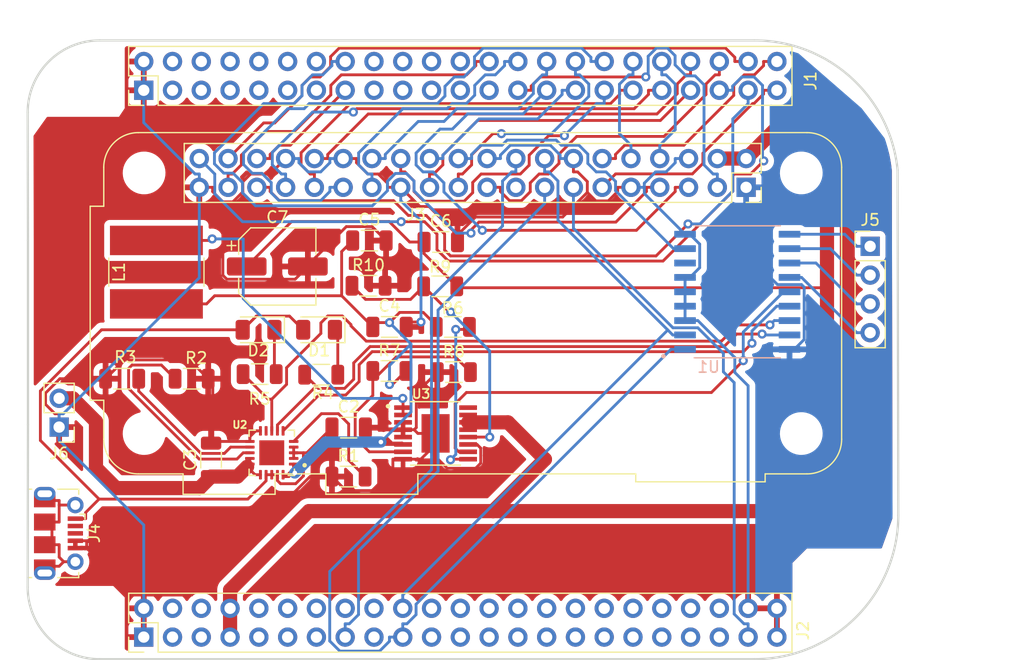
<source format=kicad_pcb>
(kicad_pcb (version 20211014) (generator pcbnew)
  (layers (0 "F.Cu" signal) (31 "B.Cu" signal) (34 "B.Paste" user) (35 "F.Paste" user) (36 "B.SilkS" user "B.Silkscreen") (37 "F.SilkS" user "F.Silkscreen") (38 "B.Mask" user) (39 "F.Mask" user) (44 "Edge.Cuts" user))
  (net 0 "")
  (net 1 "/VBUS_OUT")
  (net 2 "GND")
  (net 4 "Net-(C3-Pad1)")
  (net 5 "VOUT")
  (net 6 "Net-(D1-Pad1)")
  (net 7 "Net-(D2-Pad1)")
  (net 16 "D18")
  (net 17 "D19")
  (net 18 "D22")
  (net 19 "D21")
  (net 20 "D16")
  (net 21 "D17")
  (net 22 "D20")
  (net 23 "GPIO5")
  (net 24 "D23")
  (net 31 "INIT")
  (net 32 "VSYNC")
  (net 33 "PCLK")
  (net 34 "HSYNC")
  (net 35 "DATA_EN")
  (net 36 "D14")
  (net 37 "D15")
  (net 38 "D13")
  (net 39 "D11")
  (net 40 "D12")
  (net 41 "D10")
  (net 42 "D8")
  (net 43 "D9")
  (net 44 "D6")
  (net 45 "D7")
  (net 46 "D4")
  (net 47 "D5")
  (net 48 "D2")
  (net 49 "D3")
  (net 50 "D0")
  (net 51 "D1")
  (net 56 "+5V")
  (net 63 "PROJ_ON")
  (net 67 "SCL")
  (net 68 "SDA")
  (net 91 "HOST_PRESENT")
  (net 92 "+3V3")
  (net 94 "I2C_INT")
  (net 97 "unconnected-(J4-Pad6)")
  (net 98 "GP1")
  (net 99 "GP2")
  (net 100 "GP3")
  (net 101 "GP4")
  (net 102 "Net-(L1-Pad2)")
  (net 103 "Net-(R1-Pad2)")
  (net 104 "Net-(R2-Pad2)")
  (net 105 "Net-(R3-Pad2)")
  (net 106 "/battery_charging/Stat2")
  (net 107 "/battery_charging/Stat1")
  (net 108 "Net-(R6-Pad1)")
  (net 109 "Net-(R7-Pad1)")
  (net 110 "Net-(R10-Pad1)")
  (net 112 "/battery_charging/Stat3")
  (net 113 "/battery_charging/LBO")
  (footprint "Resistor_SMD:R_1206_3216Metric" (layer "F.Cu") (at 102.9315 80.518 180)
    (fp_text reference "R2")
    (fp_text value "2K")
  )
  (footprint "Resistor_SMD:R_1206_3216Metric" (layer "F.Cu") (at 125.984 75.946 180)
    (fp_text reference "R6")
    (fp_text value "200K")
  )
  (footprint "Resistor_SMD:R_1206_3216Metric" (layer "F.Cu") (at 96.7994 80.518)
    (fp_text reference "R3")
    (fp_text value "100K")
  )
  (footprint "Module:Raspberry_Pi_Zero_Socketed_THT_FaceDown_MountingHoles" (layer "F.Cu") (at 151.8666 63.627 -90)
    (fp_text reference "J3")
    (fp_text value "GPIO_CONNECTOR")
  )
  (footprint "MCP73871-2CCI_ML:QFN50P400X400X100-21N" (layer "F.Cu") (at 110.0028 87.0538 180)
    (fp_text reference "U2")
    (fp_text value "MCP73871-2CCI/ML")
  )
  (footprint "Connector_PinHeader_2.54mm:PinHeader_2x23_P2.54mm_Vertical" (layer "F.Cu") (at 98.7044 103.3212 90)
    (fp_text reference "J2")
    (fp_text value "B1P9")
  )
  (footprint "Capacitor_SMD:C_1206_3216Metric" (layer "F.Cu") (at 116.791 84.836)
    (fp_text reference "C2")
    (fp_text value "10uF")
  )
  (footprint "Resistor_SMD:R_1206_3216Metric" (layer "F.Cu") (at 116.7785 89.154)
    (fp_text reference "R1")
    (fp_text value "10K")
  )
  (footprint "Connector_PinHeader_2.54mm:PinHeader_1x04_P2.54mm_Vertical" (layer "F.Cu") (at 162.814 68.834)
    (fp_text reference "J5")
    (fp_text value "MCP Breakout")
  )
  (footprint "Capacitor_SMD:C_1206_3216Metric" (layer "F.Cu") (at 124.919 68.453)
    (fp_text reference "C6")
    (fp_text value "2.2uF")
  )
  (footprint "Connector_PinHeader_2.54mm:PinHeader_2x23_P2.54mm_Vertical" (layer "F.Cu") (at 98.7044 55.0612 90)
    (fp_text reference "J1")
    (fp_text value "B1P8")
  )
  (footprint "TPS61030PWP:SOP65P640X120-17N" (layer "F.Cu") (at 124.46 85.344)
    (fp_text reference "U3")
    (fp_text value "TPS61030PWP")
  )
  (footprint "Inductor_SMD:L_Bourns-SRN8040_8x8.15mm" (layer "F.Cu") (at 99.822 71.114 90)
    (fp_text reference "L1")
    (fp_text value "6.8uH")
  )
  (footprint "Capacitor_SMD:CP_Elec_6.3x7.7" (layer "F.Cu") (at 110.49 70.612)
    (fp_text reference "C7")
    (fp_text value "220uF")
  )
  (footprint "Connector_PinHeader_2.54mm:PinHeader_1x02_P2.54mm_Vertical" (layer "F.Cu") (at 91.2368 84.7852 180)
    (fp_text reference "J6")
    (fp_text value "LiPo Battery")
  )
  (footprint "Resistor_SMD:R_1206_3216Metric" (layer "F.Cu") (at 108.9319 80.1116)
    (fp_text reference "R5")
    (fp_text value "1K")
  )
  (footprint "Capacitor_SMD:C_1206_3216Metric" (layer "F.Cu") (at 120.396 75.946)
    (fp_text reference "C4")
    (fp_text value "10uF")
  )
  (footprint "LED_SMD:LED_1206_3216Metric" (layer "F.Cu") (at 108.836 76.2 180)
    (fp_text reference "D2")
    (fp_text value "RED=CHARGE")
  )
  (footprint "Resistor_SMD:R_1206_3216Metric" (layer "F.Cu") (at 124.8682 72.3646)
    (fp_text reference "R9")
    (fp_text value "1.87M")
  )
  (footprint "Resistor_SMD:R_1206_3216Metric" (layer "F.Cu") (at 118.5436 72.3138)
    (fp_text reference "R10")
    (fp_text value "200K")
  )
  (footprint "Capacitor_SMD:C_1206_3216Metric" (layer "F.Cu") (at 104.648 87.679 90)
    (fp_text reference "C3")
    (fp_text value "10uF")
  )
  (footprint "Resistor_SMD:R_1206_3216Metric" (layer "F.Cu") (at 126.0749 79.9338)
    (fp_text reference "R8")
    (fp_text value "340K")
  )
  (footprint "Resistor_SMD:R_1206_3216Metric" (layer "F.Cu") (at 114.3675 80.1624)
    (fp_text reference "R4")
    (fp_text value "1K")
  )
  (footprint "Resistor_SMD:R_1206_3216Metric" (layer "F.Cu") (at 120.3831 79.8322)
    (fp_text reference "R7")
    (fp_text value "1.87M")
  )
  (footprint "LED_SMD:LED_1206_3216Metric" (layer "F.Cu") (at 114.176 76.2 180)
    (fp_text reference "D1")
    (fp_text value "GREEN=DONE")
  )
  (footprint "Capacitor_SMD:C_1206_3216Metric" (layer "F.Cu") (at 118.618 68.326)
    (fp_text reference "C5")
    (fp_text value "100nF")
  )
  (footprint "Connector_USB:USB_Micro-B_Molex-105017-0001" (layer "F.Cu") (at 91.2043 94.1672 -90)
    (fp_text reference "J4")
    (fp_text value "USB_B_Micro")
  )
  (footprint "SOIC127P1030X265-18N:SOIC127P1030X265-18N" (layer "B.Cu") (at 151.0874 72.8472)
    (fp_text reference "U1")
    (fp_text value "MCP23008-E_SO")
  )
  (gr_arc (start 94.812528 105.271328) (mid 90.322437 103.411432) (end 88.462528 98.921328) (layer "Edge.Cuts") (width 0.2))
  (gr_line (start 94.812528 50.661328) (end 152.597528 50.661328) (layer "Edge.Cuts") (width 0.2))
  (gr_line (start 88.462528 57.011328) (end 88.487674 68.3067) (layer "Edge.Cuts") (width 0.2))
  (gr_line (start 88.487674 84.5627) (end 88.487674 68.3067) (layer "Edge.Cuts") (width 0.2))
  (gr_line (start 88.487674 84.5627) (end 88.462528 98.921328) (layer "Edge.Cuts") (width 0.2))
  (gr_line (start 165.297528 92.571328) (end 165.2365 62.116498) (layer "Edge.Cuts") (width 0.2))
  (gr_arc (start 152.597527 50.661329) (mid 161.13163 53.945433) (end 165.2365 62.116498) (layer "Edge.Cuts") (width 0.2))
  (gr_arc (start 165.297528 92.571328) (mid 161.577785 101.551585) (end 152.597528 105.271328) (layer "Edge.Cuts") (width 0.2))
  (gr_arc (start 88.462528 57.011328) (mid 90.322377 52.521177) (end 94.812528 50.661328) (layer "Edge.Cuts") (width 0.2))
  (gr_line (start 94.812528 105.271328) (end 152.597528 105.271328) (layer "Edge.Cuts") (width 0.2))
  (segment (start 110.5028 88.9888) (end 110.0028 88.9888) (width 0.25) (layer "F.Cu") (net 1))
  (segment (start 111.5701 74.9941) (end 112.776 76.2) (width 0.25) (layer "F.Cu") (net 1))
  (segment (start 93.5795 92.3243) (end 93.5795 92.8672) (width 0.25) (layer "F.Cu") (net 1))
  (segment (start 109.5028 88.9888) (end 109.5028 89.5286) (width 0.25) (layer "F.Cu") (net 1))
  (segment (start 111.9378 87.0538) (end 112.7962 87.0538) (width 0.25) (layer "F.Cu") (net 1))
  (segment (start 115.316 84.836) (end 113.0982 87.0538) (width 0.25) (layer "F.Cu") (net 1))
  (segment (start 112.1131 89.7848) (end 110.7787 89.7848) (width 0.25) (layer "F.Cu") (net 1))
  (segment (start 107.8888 91.1426) (end 94.7612 91.1426) (width 0.25) (layer "F.Cu") (net 1))
  (segment (start 112.7962 87.0538) (end 112.7962 89.1017) (width 0.25) (layer "F.Cu") (net 1))
  (segment (start 94.7612 91.1426) (end 89.5816 85.963) (width 0.25) (layer "F.Cu") (net 1))
  (segment (start 111.9378 87.0538) (end 111.9378 87.5538) (width 0.25) (layer "F.Cu") (net 1))
  (segment (start 109.5028 89.5286) (end 107.8888 91.1426) (width 0.25) (layer "F.Cu") (net 1))
  (segment (start 94.7612 91.1426) (end 93.5795 92.3243) (width 0.25) (layer "F.Cu") (net 1))
  (segment (start 111.9378 86.5538) (end 111.9378 87.0538) (width 0.25) (layer "F.Cu") (net 1))
  (segment (start 110.5028 89.5089) (end 110.5028 88.9888) (width 0.25) (layer "F.Cu") (net 1))
  (segment (start 89.5816 85.963) (end 89.5816 81.6011) (width 0.25) (layer "F.Cu") (net 1))
  (segment (start 109.5028 88.9888) (end 110.0028 88.9888) (width 0.25) (layer "F.Cu") (net 1))
  (segment (start 107.436 76.2) (end 108.6419 74.9941) (width 0.25) (layer "F.Cu") (net 1))
  (segment (start 113.0982 87.0538) (end 112.7962 87.0538) (width 0.25) (layer "F.Cu") (net 1))
  (segment (start 89.5816 81.6011) (end 94.9827 76.2) (width 0.25) (layer "F.Cu") (net 1))
  (segment (start 108.6419 74.9941) (end 111.5701 74.9941) (width 0.25) (layer "F.Cu") (net 1))
  (segment (start 92.6668 92.8672) (end 93.5795 92.8672) (width 0.25) (layer "F.Cu") (net 1))
  (segment (start 112.7962 89.1017) (end 112.1131 89.7848) (width 0.25) (layer "F.Cu") (net 1))
  (segment (start 94.9827 76.2) (end 107.436 76.2) (width 0.25) (layer "F.Cu") (net 1))
  (segment (start 110.7787 89.7848) (end 110.5028 89.5089) (width 0.25) (layer "F.Cu") (net 1))
  (segment (start 91.2368 84.7852) (end 91.2368 83.6099) (width 0.25) (layer "F.Cu") (net 2))
  (segment (start 121.59 85.019) (end 122.5697 85.019) (width 0.25) (layer "F.Cu") (net 2))
  (segment (start 105.6873 64.9073) (end 105.6873 71.3885) (width 0.25) (layer "F.Cu") (net 2))
  (segment (start 140.5313 63.627) (end 140.5313 63.9943) (width 0.25) (layer "F.Cu") (net 2))
  (segment (start 93.5795 95.4672) (end 93.6671 95.4672) (width 0.25) (layer "F.Cu") (net 2))
  (segment (start 104.7819 64.0019) (end 105.6873 64.9073) (width 0.25) (layer "F.Cu") (net 2))
  (segment (start 122.5697 85.019) (end 122.8947 85.344) (width 0.25) (layer "F.Cu") (net 2))
  (segment (start 104.394 80.518) (end 104.7982 80.9222) (width 0.25) (layer "F.Cu") (net 2))
  (segment (start 90.0372 82.7776) (end 90.0372 81.7825) (width 0.25) (layer "F.Cu") (net 2))
  (segment (start 137.8523 64.071) (end 137.8523 63.1206) (width 0.25) (layer "F.Cu") (net 2))
  (segment (start 113.19 70.612) (end 113.19 70.4868) (width 0.25) (layer "F.Cu") (net 2))
  (segment (start 120.693 88.5572) (end 120.693 87.619) (width 0.25) (layer "F.Cu") (net 2))
  (segment (start 123.0773 65.3177) (end 123.8787 65.3177) (width 0.25) (layer "F.Cu") (net 2))
  (segment (start 116.3066 61.087) (end 117.4819 61.087) (width 0.25) (layer "F.Cu") (net 2))
  (segment (start 112.0637 71.7383) (end 113.19 70.612) (width 0.25) (layer "F.Cu") (net 2))
  (segment (start 98.7044 99.7185) (end 98.7044 99.6059) (width 0.25) (layer "F.Cu") (net 2))
  (segment (start 115.316 89.154) (end 116.5533 90.3913) (width 0.25) (layer "F.Cu") (net 2))
  (segment (start 120.093 72.2269) (end 120.0061 72.3138) (width 0.25) (layer "F.Cu") (net 2))
  (segment (start 118.8589 90.3913) (end 120.693 88.5572) (width 0.25) (layer "F.Cu") (net 2))
  (segment (start 90.8695 83.6099) (end 90.0372 82.7776) (width 0.25) (layer "F.Cu") (net 2))
  (segment (start 121.59 87.619) (end 120.693 87.619) (width 0.25) (layer "F.Cu") (net 2))
  (segment (start 137.8523 64.071) (end 135.6771 66.2462) (width 0.25) (layer "F.Cu") (net 2))
  (segment (start 136.6266 61.087) (end 136.6266 62.2623) (width 0.25) (layer "F.Cu") (net 2))
  (segment (start 120.2113 63.2596) (end 120.2113 63.627) (width 0.25) (layer "F.Cu") (net 2))
  (segment (start 93.6671 95.4672) (end 93.6671 94.8172) (width 0.25) (layer "F.Cu") (net 2))
  (segment (start 91.3017 80.518) (end 95.3369 80.518) (width 0.25) (layer "F.Cu") (net 2))
  (segment (start 106.0371 71.7383) (end 112.0637 71.7383) (width 0.25) (layer "F.Cu") (net 2))
  (segment (start 98.7044 99.6059) (end 102.9289 99.6059) (width 0.25) (layer "F.Cu") (net 2))
  (segment (start 128.1183 86.319) (end 128.4445 86.6452) (width 0.25) (layer "F.Cu") (net 2))
  (segment (start 102.7356 78.8596) (end 104.394 80.518) (width 0.25) (layer "F.Cu") (net 2))
  (segment (start 104.7819 63.627) (end 104.7819 64.0019) (width 0.25) (layer "F.Cu") (net 2))
  (segment (start 120.093 68.326) (end 120.093 72.2269) (width 0.25) (layer "F.Cu") (net 2))
  (segment (start 95.3369 80.518) (end 96.9953 78.8596) (width 0.25) (layer "F.Cu") (net 2))
  (segment (start 123.16 87.619) (end 123.922 86.857) (width 0.25) (layer "F.Cu") (net 2))
  (segment (start 118.8621 67.0951) (end 120.093 68.326) (width 0.25) (layer "F.Cu") (net 2))
  (segment (start 135.6771 66.2462) (end 127.9808 66.2462) (width 0.25) (layer "F.Cu") (net 2))
  (segment (start 103.6066 63.627) (end 104.7819 63.627) (width 0.25) (layer "F.Cu") (net 2))
  (segment (start 116.5533 90.3913) (end 118.8589 90.3913) (width 0.25) (layer "F.Cu") (net 2))
  (segment (start 108.0678 86.0538) (end 108.0678 85.639778) (width 0.25) (layer "F.Cu") (net 2))
  (segment (start 113.3808 89.154) (end 115.316 89.154) (width 0.25) (layer "F.Cu") (net 2))
  (segment (start 90.0372 81.7825) (end 91.3017 80.518) (width 0.25) (layer "F.Cu") (net 2))
  (segment (start 97.8058 99.6059) (end 98.7044 99.6059) (width 0.25) (layer "F.Cu") (net 2))
  (segment (start 109.862 62.4516) (end 111.2266 61.087) (width 0.25) (layer "F.Cu") (net 2))
  (segment (start 108.1338 62.4516) (end 109.862 62.4516) (width 0.25) (layer "F.Cu") (net 2))
  (segment (start 123.1728 75.5124) (end 122.3046 75.5124) (width 0.25) (layer "F.Cu") (net 2))
  (segment (start 122.3046 75.5124) (end 121.871 75.946) (width 0.25) (layer "F.Cu") (net 2))
  (segment (start 127.9808 66.2462) (end 126.394 67.833) (width 0.25) (layer "F.Cu") (net 2))
  (segment (start 123.922 86.857) (end 124.46 86.319) (width 0.25) (layer "F.Cu") (net 2))
  (segment (start 141.7066 63.627) (end 140.5313 63.627) (width 0.25) (layer "F.Cu") (net 2))
  (segment (start 137.8523 63.1206) (end 136.994 62.2623) (width 0.25) (layer "F.Cu") (net 2))
  (segment (start 117.4819 61.087) (end 117.4819 61.4544) (width 0.25) (layer "F.Cu") (net 2))
  (segment (start 125.4862 88.4213) (end 123.922 86.857) (width 0.25) (layer "F.Cu") (net 2))
  (segment (start 104.7982 86.0538) (end 104.648 86.204) (width 0.25) (layer "F.Cu") (net 2))
  (segment (start 113.19 70.4868) (end 116.5817 67.0951) (width 0.25) (layer "F.Cu") (net 2))
  (segment (start 108.588778 85.1188) (end 109.0028 85.1188) (width 0.25) (layer "F.Cu") (net 2))
  (segment (start 121.59 85.669) (end 121.59 85.019) (width 0.25) (layer "F.Cu") (net 2))
  (segment (start 121.3866 63.627) (end 123.0773 65.3177) (width 0.25) (layer "F.Cu") (net 2))
  (segment (start 116.5817 67.0951) (end 118.8621 67.0951) (width 0.25) (layer "F.Cu") (net 2))
  (segment (start 93.6671 95.4672) (end 97.8058 99.6059) (width 0.25) (layer "F.Cu") (net 2))
  (segment (start 117.4819 61.4544) (end 118.4792 62.4517) (width 0.25) (layer "F.Cu") (net 2))
  (segment (start 121.59 87.619) (end 123.16 87.619) (width 0.25) (layer "F.Cu") (net 2))
  (segment (start 108.0678 85.639778) (end 108.588778 85.1188) (width 0.25) (layer "F.Cu") (net 2))
  (segment (start 98.7044 100.7812) (end 98.7044 99.7185) (width 0.25) (layer "F.Cu") (net 2))
  (segment (start 136.994 62.2623) (end 136.6266 62.2623) (width 0.25) (layer "F.Cu") (net 2))
  (segment (start 128.4445 86.6452) (end 128.4445 87.971) (width 0.25) (layer "F.Cu") (net 2))
  (segment (start 139.6986 64.827) (end 138.6083 64.827) (width 0.25) (layer "F.Cu") (net 2))
  (segment (start 104.7982 80.9222) (end 104.7982 86.0538) (width 0.25) (layer "F.Cu") (net 2))
  (segment (start 102.9289 99.6059) (end 113.3808 89.154) (width 0.25) (layer "F.Cu") (net 2))
  (segment (start 107.45 64.026) (end 107.45 63.1354) (width 0.25) (layer "F.Cu") (net 2))
  (segment (start 92.6668 95.4672) (end 93.5795 95.4672) (width 0.25) (layer "F.Cu") (net 2))
  (segment (start 96.9953 78.8596) (end 102.7356 78.8596) (width 0.25) (layer "F.Cu") (net 2))
  (segment (start 127.33 86.319) (end 128.1183 86.319) (width 0.25) (layer "F.Cu") (net 2))
  (segment (start 118.4792 62.4517) (end 119.4034 62.4517) (width 0.25) (layer "F.Cu") (net 2))
  (segment (start 106.5687 64.9073) (end 107.45 64.026) (width 0.25) (layer "F.Cu") (net 2))
  (segment (start 124.46 85.344) (end 124.46 86.319) (width 0.25) (layer "F.Cu") (net 2))
  (segment (start 121.59 85.019) (end 121.59 84.369) (width 0.25) (layer "F.Cu") (net 2))
  (segment (start 107.45 63.1354) (end 108.1338 62.4516) (width 0.25) (layer "F.Cu") (net 2))
  (segment (start 119.4034 62.4517) (end 120.2113 63.2596) (width 0.25) (layer "F.Cu") (net 2))
  (segment (start 126.394 67.833) (end 126.394 68.453) (width 0.25) (layer "F.Cu") (net 2))
  (segment (start 105.6873 71.3885) (end 106.0371 71.7383) (width 0.25) (layer "F.Cu") (net 2))
  (segment (start 122.5697 85.019) (end 122.7594 84.8293) (width 0.25) (layer "F.Cu") (net 2))
  (segment (start 92.6668 94.8172) (end 93.6671 94.8172) (width 0.25) (layer "F.Cu") (net 2))
  (segment (start 127.9942 88.4213) (end 125.4862 88.4213) (width 0.25) (layer "F.Cu") (net 2))
  (segment (start 140.5313 63.9943) (end 139.6986 64.827) (width 0.25) (layer "F.Cu") (net 2))
  (segment (start 122.7594 81.7868) (end 124.6124 79.9338) (width 0.25) (layer "F.Cu") (net 2))
  (segment (start 123.8787 65.3177) (end 126.394 67.833) (width 0.25) (layer "F.Cu") (net 2))
  (segment (start 91.2368 83.6099) (end 90.8695 83.6099) (width 0.25) (layer "F.Cu") (net 2))
  (segment (start 105.6873 64.9073) (end 106.5687 64.9073) (width 0.25) (layer "F.Cu") (net 2))
  (segment (start 124.46 85.344) (end 122.8947 85.344) (width 0.25) (layer "F.Cu") (net 2))
  (segment (start 138.6083 64.827) (end 137.8523 64.071) (width 0.25) (layer "F.Cu") (net 2))
  (segment (start 122.7594 84.8293) (end 122.7594 81.7868) (width 0.25) (layer "F.Cu") (net 2))
  (segment (start 121.3866 63.627) (end 120.2113 63.627) (width 0.25) (layer "F.Cu") (net 2))
  (segment (start 128.4445 87.971) (end 127.9942 88.4213) (width 0.25) (layer "F.Cu") (net 2))
  (segment (start 108.0678 86.0538) (end 104.7982 86.0538) (width 0.25) (layer "F.Cu") (net 2))
  (segment (start 154.5844 100.7812) (end 152.0444 100.7812) (width 0.25) (layer "F.Cu") (net 2))
  (via (at 123.1728 75.5124) (size 0.8) (drill 0.4) (layers "F.Cu" "B.Cu") (net 2))
  (segment (start 147.6088 75.3872) (end 150.8691 78.6475) (width 0.25) (layer "B.Cu") (net 2))
  (segment (start 145.6113 61.4544) (end 145.6113 61.087) (width 0.25) (layer "B.Cu") (net 2))
  (segment (start 146.8981 67.7672) (end 146.4774 67.7672) (width 0.25) (layer "B.Cu") (net 2))
  (segment (start 154.5844 100.7812) (end 154.5844 103.3212) (width 0.25) (layer "B.Cu") (net 2))
  (segment (start 112.4019 61.087) (end 112.4019 61.4543) (width 0.25) (layer "B.Cu") (net 2))
  (segment (start 136.6266 61.087) (end 135.4513 61.087) (width 0.25) (layer "B.Cu") (net 2))
  (segment (start 121.3866 63.627) (end 121.3866 64.8023) (width 0.25) (layer "B.Cu") (net 2))
  (segment (start 103.6066 63.627) (end 103.6066 71.6074) (width 0.25) (layer "B.Cu") (net 2))
  (segment (start 103.6066 71.6074) (end 91.6041 83.6099) (width 0.25) (layer "B.Cu") (net 2))
  (segment (start 112.4019 61.4543) (end 113.2099 62.2623) (width 0.25) (layer "B.Cu") (net 2))
  (segment (start 130.1819 60.7857) (end 130.1819 61.087) (width 0.25) (layer "B.Cu") (net 2))
  (segment (start 146.4774 72.8472) (end 146.4774 74.1172) (width 0.25) (layer "B.Cu") (net 2))
  (segment (start 115.1313 61.4544) (end 115.1313 61.087) (width 0.25) (layer "B.Cu") (net 2))
  (segment (start 91.2368 84.7852) (end 91.2368 85.9605) (width 0.25) (layer "B.Cu") (net 2))
  (segment (start 142.8819 64.1717) (end 142.8819 63.627) (width 0.25) (layer "B.Cu") (net 2))
  (segment (start 116.3066 61.087) (end 115.1313 61.087) (width 0.25) (layer "B.Cu") (net 2))
  (segment (start 131.056 59.9116) (end 130.1819 60.7857) (width 0.25) (layer "B.Cu") (net 2))
  (segment (start 146.4774 71.5772) (end 146.9121 71.5772) (width 0.25) (layer "B.Cu") (net 2))
  (segment (start 146.7866 61.087) (end 145.6113 61.087) (width 0.25) (layer "B.Cu") (net 2))
  (segment (start 143.8792 62.2623) (end 144.8034 62.2623) (width 0.25) (layer "B.Cu") (net 2))
  (segment (start 121.3866 64.8023) (end 123.1728 66.5885) (width 0.25) (layer "B.Cu") (net 2))
  (segment (start 150.8691 78.6475) (end 150.8691 79.9638) (width 0.25) (layer "B.Cu") (net 2))
  (segment (start 146.4774 71.5772) (end 146.4774 72.8472) (width 0.25) (layer "B.Cu") (net 2))
  (segment (start 103.6066 63.627) (end 103.6066 62.4517) (width 0.25) (layer "B.Cu") (net 2))
  (segment (start 114.3234 62.2623) (end 115.1313 61.4544) (width 0.25) (layer "B.Cu") (net 2))
  (segment (start 146.4774 75.3872) (end 147.6088 75.3872) (width 0.25) (layer "B.Cu") (net 2))
  (segment (start 141.7066 63.627) (end 142.8819 63.627) (width 0.25) (layer "B.Cu") (net 2))
  (segment (start 123.1728 66.5885) (end 123.1728 75.5124) (width 0.25) (layer "B.Cu") (net 2))
  (segment (start 152.0444 81.1391) (end 152.0444 100.7812) (width 0.25) (layer "B.Cu") (net 2))
  (segment (start 144.8034 62.2623) (end 145.6113 61.4544) (width 0.25) (layer "B.Cu") (net 2))
  (segment (start 135.4513 61.087) (end 135.4513 60.7727) (width 0.25) (layer "B.Cu") (net 2))
  (segment (start 98.7044 93.4281) (end 91.2368 85.9605) (width 0.25) (layer "B.Cu") (net 2))
  (segment (start 146.9121 71.5772) (end 147.7703 70.719) (width 0.25) (layer "B.Cu") (net 2))
  (segment (start 98.7044 100.7812) (end 98.7044 103.3212) (width 0.25) (layer "B.Cu") (net 2))
  (segment (start 98.7044 100.7812) (end 98.7044 93.4281) (width 0.25) (layer "B.Cu") (net 2))
  (segment (start 98.7044 55.0612) (end 98.7044 52.5212) (width 0.25) (layer "B.Cu") (net 2))
  (segment (start 98.7044 57.9168) (end 98.7044 55.0612) (width 0.25) (layer "B.Cu") (net 2))
  (segment (start 142.8819 63.627) (end 142.8819 63.2596) (width 0.25) (layer "B.Cu") (net 2))
  (segment (start 150.8691 79.9638) (end 152.0444 81.1391) (width 0.25) (layer "B.Cu") (net 2))
  (segment (start 147.7703 68.6394) (end 146.8981 67.7672) (width 0.25) (layer "B.Cu") (net 2))
  (segment (start 103.6066 62.4517) (end 103.2393 62.4517) (width 0.25) (layer "B.Cu") (net 2))
  (segment (start 111.2266 61.087) (end 112.4019 61.087) (width 0.25) (layer "B.Cu") (net 2))
  (segment (start 142.8819 63.2596) (end 143.8792 62.2623) (width 0.25) (layer "B.Cu") (net 2))
  (segment (start 103.2393 62.4517) (end 98.7044 57.9168) (width 0.25) (layer "B.Cu") (net 2))
  (segment (start 146.4774 74.1172) (end 146.4774 75.3872) (width 0.25) (layer "B.Cu") (net 2))
  (segment (start 147.7703 70.719) (end 147.7703 68.6394) (width 0.25) (layer "B.Cu") (net 2))
  (segment (start 134.5902 59.9116) (end 131.056 59.9116) (width 0.25) (layer "B.Cu") (net 2))
  (segment (start 135.4513 60.7727) (end 134.5902 59.9116) (width 0.25) (layer "B.Cu") (net 2))
  (segment (start 129.0066 61.087) (end 130.1819 61.087) (width 0.25) (layer "B.Cu") (net 2))
  (segment (start 91.6041 83.6099) (end 91.2368 83.6099) (width 0.25) (layer "B.Cu") (net 2))
  (segment (start 91.2368 84.7852) (end 91.2368 83.6099) (width 0.25) (layer "B.Cu") (net 2))
  (segment (start 146.4774 67.7672) (end 142.8819 64.1717) (width 0.25) (layer "B.Cu") (net 2))
  (segment (start 113.2099 62.2623) (end 114.3234 62.2623) (width 0.25) (layer "B.Cu") (net 2))
  (segment (start 94.488 88.392) (end 96.266 90.17) (width 1.25) (layer "F.Cu") (net 4))
  (segment (start 92.4389 82.2452) (end 94.488 84.2943) (width 1.25) (layer "F.Cu") (net 4))
  (segment (start 108.524 88.9888) (end 107.828 88.2933) (width 0.25) (layer "F.Cu") (net 4))
  (segment (start 108.524 88.9888) (end 109.0028 88.9888) (width 0.25) (layer "F.Cu") (net 4))
  (segment (start 103.632 90.17) (end 104.648 89.154) (width 1.25) (layer "F.Cu") (net 4))
  (segment (start 96.266 90.17) (end 103.632 90.17) (width 1.25) (layer "F.Cu") (net 4))
  (segment (start 104.648 89.154) (end 106.968 89.154) (width 1.25) (layer "F.Cu") (net 4))
  (segment (start 91.2368 82.2452) (end 92.4389 82.2452) (width 1.25) (layer "F.Cu") (net 4))
  (segment (start 107.9481 88.1735) (end 108.0678 88.0538) (width 0.25) (layer "F.Cu") (net 4))
  (segment (start 108.0678 88.0538) (end 108.0678 87.5538) (width 0.25) (layer "F.Cu") (net 4))
  (segment (start 107.828 88.1735) (end 107.9481 88.1735) (width 0.25) (layer "F.Cu") (net 4))
  (segment (start 106.968 89.154) (end 107.828 88.2933) (width 1.25) (layer "F.Cu") (net 4))
  (segment (start 94.488 84.2943) (end 94.488 88.392) (width 1.25) (layer "F.Cu") (net 4))
  (segment (start 119.634 86.106) (end 120.396 86.106) (width 0.25) (layer "F.Cu") (net 5))
  (segment (start 111.9378 88.0618) (end 112.141 88.265) (width 0.25) (layer "F.Cu") (net 5))
  (segment (start 119.3028 75.5642) (end 118.921 75.946) (width 0.25) (layer "F.Cu") (net 5))
  (segment (start 112.0377 88.8344) (end 111.5714 88.8344) (width 0.25) (layer "F.Cu") (net 5))
  (segment (start 111.938 88.4678) (end 111.938 88.2608) (width 0.25) (layer "F.Cu") (net 5))
  (segment (start 120.396 86.106) (end 120.45715 86.04485) (width 0.25) (layer "F.Cu") (net 5))
  (segment (start 124.5215 75.8153) (end 124.5215 75.946) (width 0.25) (layer "F.Cu") (net 5))
  (segment (start 111.9378 88.0538) (end 111.9378 88.0618) (width 0.25) (layer "F.Cu") (net 5))
  (segment (start 111.506 89.154) (end 111.168 89.154) (width 0.25) (layer "F.Cu") (net 5))
  (segment (start 111.417 88.9888) (end 111.5714 88.8344) (width 0.25) (layer "F.Cu") (net 5))
  (segment (start 104.9661 73.1952) (end 104.2473 73.914) (width 0.25) (layer "F.Cu") (net 5))
  (segment (start 119.847 86.319) (end 119.634 86.106) (width 0.25) (layer "F.Cu") (net 5))
  (segment (start 116.1702 69.2988) (end 116.1702 73.1952) (width 0.25) (layer "F.Cu") (net 5))
  (segment (start 119.888 86.106) (end 119.634 86.106) (width 0.25) (layer "F.Cu") (net 5))
  (segment (start 120.396 75.5642) (end 121.2936 74.6666) (width 0.25) (layer "F.Cu") (net 5))
  (segment (start 111.168 89.154) (end 111.0028 88.9888) (width 0.25) (layer "F.Cu") (net 5))
  (segment (start 121.50452 86.19852) (end 120.61082 86.19852) (width 0.25) (layer "F.Cu") (net 5))
  (segment (start 99.822 73.914) (end 104.2473 73.914) (width 0.25) (layer "F.Cu") (net 5))
  (segment (start 121.2936 74.6666) (end 123.3728 74.6666) (width 0.25) (layer "F.Cu") (net 5))
  (segment (start 112.0377 88.8344) (end 112.141 88.7311) (width 0.25) (layer "F.Cu") (net 5))
  (segment (start 120.61082 86.19852) (end 120.45715 86.04485) (width 0.25) (layer "F.Cu") (net 5))
  (segment (start 117.143 68.326) (end 116.1702 69.2988) (width 0.25) (layer "F.Cu") (net 5))
  (segment (start 120.6518 81.026) (end 121.8456 79.8322) (width 0.25) (layer "F.Cu") (net 5))
  (segment (start 116.1702 73.1952) (end 118.921 75.946) (width 0.25) (layer "F.Cu") (net 5))
  (segment (start 111.003 88.9888) (end 111.417 88.9888) (width 0.25) (layer "F.Cu") (net 5))
  (segment (start 111.938 88.2608) (end 111.9378 88.2606) (width 0.25) (layer "F.Cu") (net 5))
  (segment (start 111.5714 88.8344) (end 111.938 88.4678) (width 0.25) (layer "F.Cu") (net 5))
  (segment (start 121.59 86.319) (end 119.847 86.319) (width 0.25) (layer "F.Cu") (net 5))
  (segment (start 120.396 81.026) (end 120.6518 81.026) (width 0.25) (layer "F.Cu") (net 5))
  (segment (start 111.8256 88.8344) (end 111.506 89.154) (width 0.25) (layer "F.Cu") (net 5))
  (segment (start 116.1702 73.1952) (end 104.9661 73.1952) (width 0.25) (layer "F.Cu") (net 5))
  (segment (start 112.0377 88.8344) (end 111.8256 88.8344) (width 0.25) (layer "F.Cu") (net 5))
  (segment (start 121.59 86.319) (end 121.59 86.284) (width 0.25) (layer "F.Cu") (net 5))
  (segment (start 111.9378 88.2606) (end 111.9378 88.0538) (width 0.25) (layer "F.Cu") (net 5))
  (segment (start 112.141 88.7311) (end 112.141 88.265) (width 0.25) (layer "F.Cu") (net 5))
  (segment (start 111.003 88.9888) (end 111.0028 88.9888) (width 0.25) (layer "F.Cu") (net 5))
  (segment (start 120.20315 85.79085) (end 119.888 86.106) (width 0.25) (layer "F.Cu") (net 5))
  (segment (start 120.20315 85.79085) (end 120.45715 86.04485) (width 0.25) (layer "F.Cu") (net 5))
  (segment (start 120.396 75.5642) (end 119.3028 75.5642) (width 0.25) (layer "F.Cu") (net 5))
  (segment (start 121.59 86.284) (end 121.50452 86.19852) (width 0.25) (layer "F.Cu") (net 5))
  (segment (start 111.938 88.2608) (end 111.938 88.0538) (width 0.25) (layer "F.Cu") (net 5))
  (segment (start 123.3728 74.6666) (end 124.5215 75.8153) (width 0.25) (layer "F.Cu") (net 5))
  (via (at 120.396 81.026) (size 0.8) (drill 0.4) (layers "F.Cu" "B.Cu") (net 5))
  (via (at 120.396 75.5642) (size 0.8) (drill 0.4) (layers "F.Cu" "B.Cu") (net 5))
  (via (at 112.0377 88.8344) (size 0.8) (drill 0.4) (layers "F.Cu" "B.Cu") (net 5))
  (via (at 119.634 86.106) (size 0.8) (drill 0.4) (layers "F.Cu" "B.Cu") (net 5))
  (segment (start 120.396 79.3516) (end 120.396 81.026) (width 0.25) (layer "B.Cu") (net 5))
  (segment (start 119.634 86.106) (end 114.7661 86.106) (width 1) (layer "B.Cu") (net 5))
  (segment (start 122.2897 77.4579) (end 122.2897 83.4503) (width 0.25) (layer "B.Cu") (net 5))
  (segment (start 122.2897 77.4579) (end 120.396 79.3516) (width 0.25) (layer "B.Cu") (net 5))
  (segment (start 114.7661 86.106) (end 112.0377 88.8344) (width 1) (layer "B.Cu") (net 5))
  (segment (start 120.396 75.5642) (end 122.2897 77.4579) (width 0.25) (layer "B.Cu") (net 5))
  (segment (start 122.2897 83.4503) (end 119.634 86.106) (width 0.25) (layer "B.Cu") (net 5))
  (segment (start 115.83 76.454) (end 115.83 80.1624) (width 0.25) (layer "F.Cu") (net 6))
  (segment (start 115.576 76.2) (end 115.83 76.454) (width 0.25) (layer "F.Cu") (net 6))
  (segment (start 110.236 79.9532) (end 110.3944 80.1116) (width 0.25) (layer "F.Cu") (net 7))
  (segment (start 110.236 76.2) (end 110.236 79.9532) (width 0.25) (layer "F.Cu") (net 7))
  (segment (start 108.6866 61.087) (end 109.8619 61.087) (width 0.25) (layer "F.Cu") (net 20))
  (segment (start 111.6339 59.9117) (end 110.6698 59.9117) (width 0.25) (layer "F.Cu") (net 20))
  (segment (start 116.4844 55.0612) (end 111.6339 59.9117) (width 0.25) (layer "F.Cu") (net 20))
  (segment (start 110.6698 59.9117) (end 109.8619 60.7196) (width 0.25) (layer "F.Cu") (net 20))
  (segment (start 109.8619 60.7196) (end 109.8619 61.087) (width 0.25) (layer "F.Cu") (net 20))
  (segment (start 143.0713 63.9943) (end 140.3691 66.6965) (width 0.25) (layer "F.Cu") (net 21))
  (segment (start 140.3691 66.6965) (end 128.285 66.6965) (width 0.25) (layer "F.Cu") (net 21))
  (segment (start 144.2466 63.627) (end 143.0713 63.627) (width 0.25) (layer "F.Cu") (net 21))
  (segment (start 143.0713 63.627) (end 143.0713 63.9943) (width 0.25) (layer "F.Cu") (net 21))
  (segment (start 127.5851 67.6677) (end 127.585 67.6677) (width 0.25) (layer "F.Cu") (net 21))
  (segment (start 127.5851 67.3964) (end 127.5851 67.6677) (width 0.25) (layer "F.Cu") (net 21))
  (segment (start 128.285 66.6965) (end 127.5851 67.3964) (width 0.25) (layer "F.Cu") (net 21))
  (via (at 127.585 67.6677) (size 0.8) (drill 0.4) (layers "F.Cu" "B.Cu") (net 21))
  (segment (start 113.6081 53.6965) (end 112.6744 54.6302) (width 0.25) (layer "B.Cu") (net 21))
  (segment (start 121.8842 62.4012) (end 122.562 63.079) (width 0.25) (layer "B.Cu") (net 21))
  (segment (start 112.6744 54.6302) (end 112.6744 55.5313) (width 0.25) (layer "B.Cu") (net 21))
  (segment (start 120.2112 63.9266) (end 120.2112 63.1014) (width 0.25) (layer "B.Cu") (net 21))
  (segment (start 122.562 63.9409) (end 126.2888 67.6677) (width 0.25) (layer "B.Cu") (net 21))
  (segment (start 122.562 63.079) (end 122.562 63.9409) (width 0.25) (layer "B.Cu") (net 21))
  (segment (start 118.8823 65.2555) (end 120.2112 63.9266) (width 0.25) (layer "B.Cu") (net 21))
  (segment (start 114.5012 53.6965) (end 113.6081 53.6965) (width 0.25) (layer "B.Cu") (net 21))
  (segment (start 115.3091 52.8886) (end 114.5012 53.6965) (width 0.25) (layer "B.Cu") (net 21))
  (segment (start 106.5864 62.3749) (end 107.4166 63.2051) (width 0.25) (layer "B.Cu") (net 21))
  (segment (start 109.2887 56.2365) (end 104.9451 60.5801) (width 0.25) (layer "B.Cu") (net 21))
  (segment (start 108.5711 65.2555) (end 118.8823 65.2555) (width 0.25) (layer "B.Cu") (net 21))
  (segment (start 116.4844 52.5212) (end 115.3091 52.5212) (width 0.25) (layer "B.Cu") (net 21))
  (segment (start 111.9692 56.2365) (end 109.2887 56.2365) (width 0.25) (layer "B.Cu") (net 21))
  (segment (start 107.4166 63.2051) (end 107.4166 64.101) (width 0.25) (layer "B.Cu") (net 21))
  (segment (start 104.9451 60.5801) (end 104.9451 61.5549) (width 0.25) (layer "B.Cu") (net 21))
  (segment (start 112.6744 55.5313) (end 111.9692 56.2365) (width 0.25) (layer "B.Cu") (net 21))
  (segment (start 120.2112 63.1014) (end 120.9114 62.4012) (width 0.25) (layer "B.Cu") (net 21))
  (segment (start 104.9451 61.5549) (end 105.7651 62.3749) (width 0.25) (layer "B.Cu") (net 21))
  (segment (start 120.9114 62.4012) (end 121.8842 62.4012) (width 0.25) (layer "B.Cu") (net 21))
  (segment (start 107.4166 64.101) (end 108.5711 65.2555) (width 0.25) (layer "B.Cu") (net 21))
  (segment (start 126.2888 67.6677) (end 127.585 67.6677) (width 0.25) (layer "B.Cu") (net 21))
  (segment (start 115.3091 52.5212) (end 115.3091 52.8886) (width 0.25) (layer "B.Cu") (net 21))
  (segment (start 105.7651 62.3749) (end 106.5864 62.3749) (width 0.25) (layer "B.Cu") (net 21))
  (segment (start 107.3219 61.6438) (end 106.514 62.4517) (width 0.25) (layer "F.Cu") (net 31))
  (segment (start 128.0091 52.5212) (end 128.0091 52.8886) (width 0.25) (layer "F.Cu") (net 31))
  (segment (start 128.0091 52.8886) (end 127.2012 53.6965) (width 0.25) (layer "F.Cu") (net 31))
  (segment (start 129.1844 52.5212) (end 128.0091 52.5212) (width 0.25) (layer "F.Cu") (net 31))
  (segment (start 127.2012 53.6965) (end 116.1481 53.6965) (width 0.25) (layer "F.Cu") (net 31))
  (segment (start 109.4078 58.6994) (end 107.3219 60.7853) (width 0.25) (layer "F.Cu") (net 31))
  (segment (start 106.514 62.4517) (end 106.1466 62.4517) (width 0.25) (layer "F.Cu") (net 31))
  (segment (start 106.1466 63.627) (end 106.1466 62.4517) (width 0.25) (layer "F.Cu") (net 31))
  (segment (start 116.1481 53.6965) (end 115.2144 54.6302) (width 0.25) (layer "F.Cu") (net 31))
  (segment (start 115.2144 54.6302) (end 115.2144 55.4683) (width 0.25) (layer "F.Cu") (net 31))
  (segment (start 115.2144 55.4683) (end 111.9833 58.6994) (width 0.25) (layer "F.Cu") (net 31))
  (segment (start 111.9833 58.6994) (end 109.4078 58.6994) (width 0.25) (layer "F.Cu") (net 31))
  (segment (start 107.3219 60.7853) (end 107.3219 61.6438) (width 0.25) (layer "F.Cu") (net 31))
  (segment (start 132.8997 55.0612) (end 132.8997 54.6938) (width 0.25) (layer "F.Cu") (net 32))
  (segment (start 131.7244 55.0612) (end 132.8997 55.0612) (width 0.25) (layer "F.Cu") (net 32))
  (segment (start 132.8997 54.6938) (end 133.7076 53.8859) (width 0.25) (layer "F.Cu") (net 32))
  (segment (start 133.7076 53.8859) (end 143.0158 53.8859) (width 0.25) (layer "F.Cu") (net 32))
  (via (at 143.0158 53.8859) (size 0.8) (drill 0.4) (layers "F.Cu" "B.Cu") (net 32))
  (segment (start 143.2241 52.0589) (end 143.2241 53.6776) (width 0.25) (layer "B.Cu") (net 32))
  (segment (start 148.1513 61.6438) (end 148.1513 54.5738) (width 0.25) (layer "B.Cu") (net 32))
  (segment (start 148.9592 62.4517) (end 148.1513 61.6438) (width 0.25) (layer "B.Cu") (net 32))
  (segment (start 147.3687 53.7912) (end 146.5702 53.7912) (width 0.25) (layer "B.Cu") (net 32))
  (segment (start 146.5702 53.7912) (end 145.6002 52.8212) (width 0.25) (layer "B.Cu") (net 32))
  (segment (start 149.3266 63.627) (end 149.3266 62.4517) (width 0.25) (layer "B.Cu") (net 32))
  (segment (start 144.9148 51.3233) (end 143.9597 51.3233) (width 0.25) (layer "B.Cu") (net 32))
  (segment (start 143.2241 53.6776) (end 143.0158 53.8859) (width 0.25) (layer "B.Cu") (net 32))
  (segment (start 148.1513 54.5738) (end 147.3687 53.7912) (width 0.25) (layer "B.Cu") (net 32))
  (segment (start 149.3266 62.4517) (end 148.9592 62.4517) (width 0.25) (layer "B.Cu") (net 32))
  (segment (start 143.9597 51.3233) (end 143.2241 52.0589) (width 0.25) (layer "B.Cu") (net 32))
  (segment (start 145.6002 52.0087) (end 144.9148 51.3233) (width 0.25) (layer "B.Cu") (net 32))
  (segment (start 145.6002 52.8212) (end 145.6002 52.0087) (width 0.25) (layer "B.Cu") (net 32))
  (segment (start 118.8466 63.627) (end 118.8466 62.4517) (width 0.25) (layer "B.Cu") (net 33))
  (segment (start 118.4792 62.4517) (end 117.6713 61.6438) (width 0.25) (layer "B.Cu") (net 33))
  (segment (start 117.6713 60.5883) (end 121.5728 56.6868) (width 0.25) (layer "B.Cu") (net 33))
  (segment (start 130.5491 52.8886) (end 130.5491 52.5212) (width 0.25) (layer "B.Cu") (net 33))
  (segment (start 127.9144 55.4934) (end 127.9144 54.6302) (width 0.25) (layer "B.Cu") (net 33))
  (segment (start 129.7412 53.6965) (end 130.5491 52.8886) (width 0.25) (layer "B.Cu") (net 33))
  (segment (start 117.6713 61.6438) (end 117.6713 60.5883) (width 0.25) (layer "B.Cu") (net 33))
  (segment (start 127.9144 54.6302) (end 128.8481 53.6965) (width 0.25) (layer "B.Cu") (net 33))
  (segment (start 125.9237 56.2365) (end 127.1713 56.2365) (width 0.25) (layer "B.Cu") (net 33))
  (segment (start 128.8481 53.6965) (end 129.7412 53.6965) (width 0.25) (layer "B.Cu") (net 33))
  (segment (start 121.5728 56.6868) (end 125.4734 56.6868) (width 0.25) (layer "B.Cu") (net 33))
  (segment (start 125.4734 56.6868) (end 125.9237 56.2365) (width 0.25) (layer "B.Cu") (net 33))
  (segment (start 118.8466 62.4517) (end 118.4792 62.4517) (width 0.25) (layer "B.Cu") (net 33))
  (segment (start 127.1713 56.2365) (end 127.9144 55.4934) (width 0.25) (layer "B.Cu") (net 33))
  (segment (start 131.7244 52.5212) (end 130.5491 52.5212) (width 0.25) (layer "B.Cu") (net 33))
  (segment (start 145.6113 63.9943) (end 142.1838 67.4218) (width 0.25) (layer "F.Cu") (net 34))
  (segment (start 142.1838 67.4218) (end 128.5854 67.4218) (width 0.25) (layer "F.Cu") (net 34))
  (segment (start 145.6113 63.627) (end 145.6113 63.9943) (width 0.25) (layer "F.Cu") (net 34))
  (segment (start 146.7866 63.627) (end 145.6113 63.627) (width 0.25) (layer "F.Cu") (net 34))
  (via (at 128.5854 67.4218) (size 0.8) (drill 0.4) (layers "F.Cu" "B.Cu") (net 34))
  (segment (start 125.1966 64.033) (end 128.5854 67.4218) (width 0.25) (layer "B.Cu") (net 34))
  (segment (start 125.1966 63.2279) (end 125.1966 64.033) (width 0.25) (layer "B.Cu") (net 34))
  (segment (start 122.7431 61.6571) (end 123.3484 62.2624) (width 0.25) (layer "B.Cu") (net 34))
  (segment (start 124.2311 62.2624) (end 125.1966 63.2279) (width 0.25) (layer "B.Cu") (net 34))
  (segment (start 122.7431 60.5945) (end 122.7431 61.6571) (width 0.25) (layer "B.Cu") (net 34))
  (segment (start 125.9398 58.488) (end 124.8496 58.488) (width 0.25) (layer "B.Cu") (net 34))
  (segment (start 134.2644 55.0612) (end 132.1881 57.1375) (width 0.25) (layer "B.Cu") (net 34))
  (segment (start 132.1881 57.1375) (end 127.2903 57.1375) (width 0.25) (layer "B.Cu") (net 34))
  (segment (start 124.8496 58.488) (end 122.7431 60.5945) (width 0.25) (layer "B.Cu") (net 34))
  (segment (start 123.3484 62.2624) (end 124.2311 62.2624) (width 0.25) (layer "B.Cu") (net 34))
  (segment (start 127.2903 57.1375) (end 125.9398 58.488) (width 0.25) (layer "B.Cu") (net 34))
  (segment (start 134.2644 52.5212) (end 134.2644 53.6965) (width 0.25) (layer "B.Cu") (net 35))
  (segment (start 134.2644 53.6965) (end 133.897 53.6965) (width 0.25) (layer "B.Cu") (net 35))
  (segment (start 125.2067 57.8126) (end 122.929 57.8126) (width 0.25) (layer "B.Cu") (net 35))
  (segment (start 131.7638 56.687) (end 126.3323 56.687) (width 0.25) (layer "B.Cu") (net 35))
  (segment (start 120.0219 60.7197) (end 120.0219 61.087) (width 0.25) (layer "B.Cu") (net 35))
  (segment (start 126.3323 56.687) (end 125.2067 57.8126) (width 0.25) (layer "B.Cu") (net 35))
  (segment (start 133.0891 55.3617) (end 131.7638 56.687) (width 0.25) (layer "B.Cu") (net 35))
  (segment (start 133.897 53.6965) (end 133.0891 54.5044) (width 0.25) (layer "B.Cu") (net 35))
  (segment (start 122.929 57.8126) (end 120.0219 60.7197) (width 0.25) (layer "B.Cu") (net 35))
  (segment (start 133.0891 54.5044) (end 133.0891 55.3617) (width 0.25) (layer "B.Cu") (net 35))
  (segment (start 118.8466 61.087) (end 120.0219 61.087) (width 0.25) (layer "B.Cu") (net 35))
  (segment (start 135.6291 55.4285) (end 133.4697 57.5879) (width 0.25) (layer "B.Cu") (net 36))
  (segment (start 135.6291 55.0612) (end 135.6291 55.4285) (width 0.25) (layer "B.Cu") (net 36))
  (segment (start 123.9266 61.087) (end 125.1019 61.087) (width 0.25) (layer "B.Cu") (net 36))
  (segment (start 128.3034 57.5879) (end 125.1019 60.7894) (width 0.25) (layer "B.Cu") (net 36))
  (segment (start 125.1019 60.7894) (end 125.1019 61.087) (width 0.25) (layer "B.Cu") (net 36))
  (segment (start 136.8044 55.0612) (end 135.6291 55.0612) (width 0.25) (layer "B.Cu") (net 36))
  (segment (start 133.4697 57.5879) (end 128.3034 57.5879) (width 0.25) (layer "B.Cu") (net 36))
  (segment (start 126.4666 62.4517) (end 126.834 62.4517) (width 0.25) (layer "F.Cu") (net 37))
  (segment (start 127.6419 61.6438) (end 127.6419 60.7623) (width 0.25) (layer "F.Cu") (net 37))
  (segment (start 129.5154 58.8888) (end 130.2721 58.8888) (width 0.25) (layer "F.Cu") (net 37))
  (segment (start 126.834 62.4517) (end 127.6419 61.6438) (width 0.25) (layer "F.Cu") (net 37))
  (segment (start 126.4666 63.627) (end 126.4666 62.4517) (width 0.25) (layer "F.Cu") (net 37))
  (segment (start 127.6419 60.7623) (end 129.5154 58.8888) (width 0.25) (layer "F.Cu") (net 37))
  (via (at 130.2721 58.8888) (size 0.8) (drill 0.4) (layers "F.Cu" "B.Cu") (net 37))
  (segment (start 136.8044 52.5212) (end 136.8044 53.6965) (width 0.25) (layer "B.Cu") (net 37))
  (segment (start 137.1717 53.6965) (end 137.9803 54.5051) (width 0.25) (layer "B.Cu") (net 37))
  (segment (start 136.8044 53.6965) (end 137.1717 53.6965) (width 0.25) (layer "B.Cu") (net 37))
  (segment (start 134.6991 58.8888) (end 130.2721 58.8888) (width 0.25) (layer "B.Cu") (net 37))
  (segment (start 137.9803 55.6076) (end 134.6991 58.8888) (width 0.25) (layer "B.Cu") (net 37))
  (segment (start 137.9803 54.5051) (end 137.9803 55.6076) (width 0.25) (layer "B.Cu") (net 37))
  (segment (start 122.5619 63.9889) (end 122.5619 63.0702) (width 0.25) (layer "F.Cu") (net 38))
  (segment (start 132.722 60.7874) (end 132.722 61.6704) (width 0.25) (layer "F.Cu") (net 38))
  (segment (start 127.7366 63.196) (end 127.7366 64.0996) (width 0.25) (layer "F.Cu") (net 38))
  (segment (start 122.5619 63.0702) (end 121.754 62.2623) (width 0.25) (layer "F.Cu") (net 38))
  (segment (start 121.3866 61.087) (end 121.3866 62.2623) (width 0.25) (layer "F.Cu") (net 38))
  (segment (start 132.722 61.6704) (end 131.9408 62.4516) (width 0.25) (layer "F.Cu") (net 38))
  (segment (start 123.4219 64.8489) (end 122.5619 63.9889) (width 0.25) (layer "F.Cu") (net 38))
  (segment (start 121.754 62.2623) (end 121.3866 62.2623) (width 0.25) (layer "F.Cu") (net 38))
  (segment (start 134.4357 59.0737) (end 132.722 60.7874) (width 0.25) (layer "F.Cu") (net 38))
  (segment (start 131.9408 62.4516) (end 128.481 62.4516) (width 0.25) (layer "F.Cu") (net 38))
  (segment (start 126.9873 64.8489) (end 123.4219 64.8489) (width 0.25) (layer "F.Cu") (net 38))
  (segment (start 128.481 62.4516) (end 127.7366 63.196) (width 0.25) (layer "F.Cu") (net 38))
  (segment (start 127.7366 64.0996) (end 126.9873 64.8489) (width 0.25) (layer "F.Cu") (net 38))
  (segment (start 135.8303 59.0737) (end 134.4357 59.0737) (width 0.25) (layer "F.Cu") (net 38))
  (via (at 135.8303 59.0737) (size 0.8) (drill 0.4) (layers "F.Cu" "B.Cu") (net 38))
  (segment (start 139.3444 56.2365) (end 138.6675 56.2365) (width 0.25) (layer "B.Cu") (net 38))
  (segment (start 139.3444 55.0612) (end 139.3444 56.2365) (width 0.25) (layer "B.Cu") (net 38))
  (segment (start 138.6675 56.2365) (end 135.8303 59.0737) (width 0.25) (layer "B.Cu") (net 38))
  (segment (start 124.6225 56.2365) (end 125.2869 55.5721) (width 0.25) (layer "B.Cu") (net 39))
  (segment (start 109.1342 62.3904) (end 108.289 62.3904) (width 0.25) (layer "B.Cu") (net 39))
  (segment (start 112.8609 56.6868) (end 113.3112 56.2365) (width 0.25) (layer "B.Cu") (net 39))
  (segment (start 127.8965 52.0965) (end 128.6537 51.3393) (width 0.25) (layer "B.Cu") (net 39))
  (segment (start 107.5112 61.6126) (end 107.5112 60.5936) (width 0.25) (layer "B.Cu") (net 39))
  (segment (start 115.1313 63.627) (end 115.1313 63.9944) (width 0.25) (layer "B.Cu") (net 39))
  (segment (start 109.9566 63.2128) (end 109.1342 62.3904) (width 0.25) (layer "B.Cu") (net 39))
  (segment (start 126.9717 53.8858) (end 127.8965 52.961) (width 0.25) (layer "B.Cu") (net 39))
  (segment (start 125.2869 54.7177) (end 126.1188 53.8858) (width 0.25) (layer "B.Cu") (net 39))
  (segment (start 108.289 62.3904) (end 107.5112 61.6126) (width 0.25) (layer "B.Cu") (net 39))
  (segment (start 116.3066 63.627) (end 115.1313 63.627) (width 0.25) (layer "B.Cu") (net 39))
  (segment (start 137.3545 51.3393) (end 138.1691 52.1539) (width 0.25) (layer "B.Cu") (net 39))
  (segment (start 109.9566 64.107) (end 109.9566 63.2128) (width 0.25) (layer "B.Cu") (net 39))
  (segment (start 125.2869 55.5721) (end 125.2869 54.7177) (width 0.25) (layer "B.Cu") (net 39))
  (segment (start 138.1691 52.1539) (end 138.1691 52.5212) (width 0.25) (layer "B.Cu") (net 39))
  (segment (start 111.418 56.6868) (end 112.8609 56.6868) (width 0.25) (layer "B.Cu") (net 39))
  (segment (start 127.8965 52.961) (end 127.8965 52.0965) (width 0.25) (layer "B.Cu") (net 39))
  (segment (start 114.3234 64.8023) (end 110.6519 64.8023) (width 0.25) (layer "B.Cu") (net 39))
  (segment (start 126.1188 53.8858) (end 126.9717 53.8858) (width 0.25) (layer "B.Cu") (net 39))
  (segment (start 107.5112 60.5936) (end 111.418 56.6868) (width 0.25) (layer "B.Cu") (net 39))
  (segment (start 128.6537 51.3393) (end 137.3545 51.3393) (width 0.25) (layer "B.Cu") (net 39))
  (segment (start 113.3112 56.2365) (end 124.6225 56.2365) (width 0.25) (layer "B.Cu") (net 39))
  (segment (start 115.1313 63.9944) (end 114.3234 64.8023) (width 0.25) (layer "B.Cu") (net 39))
  (segment (start 139.3444 52.5212) (end 138.1691 52.5212) (width 0.25) (layer "B.Cu") (net 39))
  (segment (start 110.6519 64.8023) (end 109.9566 64.107) (width 0.25) (layer "B.Cu") (net 39))
  (segment (start 139.9012 56.2365) (end 116.9248 56.2365) (width 0.25) (layer "F.Cu") (net 40))
  (segment (start 141.8844 55.0612) (end 140.7091 55.0612) (width 0.25) (layer "F.Cu") (net 40))
  (segment (start 116.9248 56.2365) (end 112.5913 60.57) (width 0.25) (layer "F.Cu") (net 40))
  (segment (start 113.7666 63.627) (end 113.7666 62.4517) (width 0.25) (layer "F.Cu") (net 40))
  (segment (start 140.7091 55.0612) (end 140.7091 55.4286) (width 0.25) (layer "F.Cu") (net 40))
  (segment (start 112.5913 61.6438) (end 113.3992 62.4517) (width 0.25) (layer "F.Cu") (net 40))
  (segment (start 112.5913 60.57) (end 112.5913 61.6438) (width 0.25) (layer "F.Cu") (net 40))
  (segment (start 140.7091 55.4286) (end 139.9012 56.2365) (width 0.25) (layer "F.Cu") (net 40))
  (segment (start 113.3992 62.4517) (end 113.7666 62.4517) (width 0.25) (layer "F.Cu") (net 40))
  (segment (start 141.8844 53.6965) (end 141.5171 53.6965) (width 0.25) (layer "B.Cu") (net 41))
  (segment (start 140.6915 58.8966) (end 141.7066 59.9117) (width 0.25) (layer "B.Cu") (net 41))
  (segment (start 141.8844 52.5212) (end 141.8844 53.6965) (width 0.25) (layer "B.Cu") (net 41))
  (segment (start 141.7066 61.087) (end 141.7066 59.9117) (width 0.25) (layer "B.Cu") (net 41))
  (segment (start 140.6915 54.5221) (end 140.6915 58.8966) (width 0.25) (layer "B.Cu") (net 41))
  (segment (start 141.5171 53.6965) (end 140.6915 54.5221) (width 0.25) (layer "B.Cu") (net 41))
  (segment (start 143.2491 55.0612) (end 143.2491 55.4285) (width 0.25) (layer "F.Cu") (net 42))
  (segment (start 141.9907 56.6869) (end 117.5002 56.6869) (width 0.25) (layer "F.Cu") (net 42))
  (segment (start 117.5002 56.6869) (end 117.204 56.9831) (width 0.25) (layer "F.Cu") (net 42))
  (segment (start 144.4244 55.0612) (end 143.2491 55.0612) (width 0.25) (layer "F.Cu") (net 42))
  (segment (start 143.2491 55.4285) (end 141.9907 56.6869) (width 0.25) (layer "F.Cu") (net 42))
  (via (at 117.204 56.9831) (size 0.8) (drill 0.4) (layers "F.Cu" "B.Cu") (net 42))
  (segment (start 110.0513 61.6438) (end 110.0513 60.5381) (width 0.25) (layer "B.Cu") (net 42))
  (segment (start 111.2266 62.4517) (end 110.8592 62.4517) (width 0.25) (layer "B.Cu") (net 42))
  (segment (start 113.6063 56.9831) (end 117.204 56.9831) (width 0.25) (layer "B.Cu") (net 42))
  (segment (start 111.2266 63.627) (end 111.2266 62.4517) (width 0.25) (layer "B.Cu") (net 42))
  (segment (start 110.0513 60.5381) (end 113.6063 56.9831) (width 0.25) (layer "B.Cu") (net 42))
  (segment (start 110.8592 62.4517) (end 110.0513 61.6438) (width 0.25) (layer "B.Cu") (net 42))
  (segment (start 144.4244 52.5212) (end 144.4244 53.6965) (width 0.25) (layer "B.Cu") (net 43))
  (segment (start 144.4244 53.6965) (end 144.7917 53.6965) (width 0.25) (layer "B.Cu") (net 43))
  (segment (start 145.6112 54.516) (end 145.6112 58.5471) (width 0.25) (layer "B.Cu") (net 43))
  (segment (start 145.6112 58.5471) (end 144.2466 59.9117) (width 0.25) (layer "B.Cu") (net 43))
  (segment (start 144.2466 61.087) (end 144.2466 59.9117) (width 0.25) (layer "B.Cu") (net 43))
  (segment (start 144.7917 53.6965) (end 145.6112 54.516) (width 0.25) (layer "B.Cu") (net 43))
  (segment (start 123.9266 63.627) (end 123.9266 62.4517) (width 0.25) (layer "F.Cu") (net 44))
  (segment (start 146.9644 55.0612) (end 144.3017 57.7239) (width 0.25) (layer "F.Cu") (net 44))
  (segment (start 125.1019 60.7858) (end 125.1019 61.6438) (width 0.25) (layer "F.Cu") (net 44))
  (segment (start 125.1019 61.6438) (end 124.294 62.4517) (width 0.25) (layer "F.Cu") (net 44))
  (segment (start 144.3017 57.7239) (end 128.1638 57.7239) (width 0.25) (layer "F.Cu") (net 44))
  (segment (start 128.1638 57.7239) (end 125.1019 60.7858) (width 0.25) (layer "F.Cu") (net 44))
  (segment (start 124.294 62.4517) (end 123.9266 62.4517) (width 0.25) (layer "F.Cu") (net 44))
  (segment (start 143.9982 57.1526) (end 118.5149 57.1526) (width 0.25) (layer "F.Cu") (net 45))
  (segment (start 145.7891 55.3617) (end 143.9982 57.1526) (width 0.25) (layer "F.Cu") (net 45))
  (segment (start 145.7891 54.5044) (end 145.7891 55.3617) (width 0.25) (layer "F.Cu") (net 45))
  (segment (start 146.597 53.6965) (end 145.7891 54.5044) (width 0.25) (layer "F.Cu") (net 45))
  (segment (start 114.9419 60.7256) (end 114.9419 61.087) (width 0.25) (layer "F.Cu") (net 45))
  (segment (start 118.5149 57.1526) (end 114.9419 60.7256) (width 0.25) (layer "F.Cu") (net 45))
  (segment (start 113.7666 61.087) (end 114.9419 61.087) (width 0.25) (layer "F.Cu") (net 45))
  (segment (start 146.9644 52.5212) (end 146.9644 53.6965) (width 0.25) (layer "F.Cu") (net 45))
  (segment (start 146.9644 53.6965) (end 146.597 53.6965) (width 0.25) (layer "F.Cu") (net 45))
  (segment (start 125.5907 70.1322) (end 144.534 70.1322) (width 0.25) (layer "F.Cu") (net 46))
  (segment (start 152.2603 62.4516) (end 153.4207 61.2912) (width 0.25) (layer "F.Cu") (net 46))
  (segment (start 150.8355 62.4516) (end 152.2603 62.4516) (width 0.25) (layer "F.Cu") (net 46))
  (segment (start 150.6912 63.975) (end 150.6912 62.5959) (width 0.25) (layer "F.Cu") (net 46))
  (segment (start 124.5829 69.1244) (end 125.5907 70.1322) (width 0.25) (layer "F.Cu") (net 46))
  (segment (start 144.534 70.1322) (end 150.6912 63.975) (width 0.25) (layer "F.Cu") (net 46))
  (segment (start 150.6912 62.5959) (end 150.8355 62.4516) (width 0.25) (layer "F.Cu") (net 46))
  (segment (start 121.4219 66.6597) (end 123.4861 66.6597) (width 0.25) (layer "F.Cu") (net 46))
  (segment (start 123.4861 66.6597) (end 124.5829 67.7565) (width 0.25) (layer "F.Cu") (net 46))
  (segment (start 124.5829 67.7565) (end 124.5829 69.1244) (width 0.25) (layer "F.Cu") (net 46))
  (via (at 121.4219 66.6597) (size 0.8) (drill 0.4) (layers "F.Cu" "B.Cu") (net 46))
  (via (at 153.4207 61.2912) (size 0.8) (drill 0.4) (layers "F.Cu" "B.Cu") (net 46))
  (segment (start 107.4249 66.6597) (end 104.9712 64.206) (width 0.25) (layer "B.Cu") (net 46))
  (segment (start 153.3144 54.6302) (end 153.3144 61.1849) (width 0.25) (layer "B.Cu") (net 46))
  (segment (start 121.4219 66.6597) (end 107.4249 66.6597) (width 0.25) (layer "B.Cu") (net 46))
  (segment (start 149.5044 55.0612) (end 150.6797 55.0612) (width 0.25) (layer "B.Cu") (net 46))
  (segment (start 104.9712 64.206) (end 104.9712 62.4516) (width 0.25) (layer "B.Cu") (net 46))
  (segment (start 152.57 53.8858) (end 153.3144 54.6302) (width 0.25) (layer "B.Cu") (net 46))
  (segment (start 150.6797 55.0612) (end 150.6797 54.6939) (width 0.25) (layer "B.Cu") (net 46))
  (segment (start 151.4878 53.8858) (end 152.57 53.8858) (width 0.25) (layer "B.Cu") (net 46))
  (segment (start 153.3144 61.1849) (end 153.4207 61.2912) (width 0.25) (layer "B.Cu") (net 46))
  (segment (start 150.6797 54.6939) (end 151.4878 53.8858) (width 0.25) (layer "B.Cu") (net 46))
  (segment (start 104.9712 62.4516) (end 103.6066 61.087) (width 0.25) (layer "B.Cu") (net 46))
  (segment (start 133.5979 62.4514) (end 132.8166 63.2327) (width 0.25) (layer "F.Cu") (net 47))
  (segment (start 130.9898 64.8023) (end 130.1819 63.9944) (width 0.25) (layer "F.Cu") (net 47))
  (segment (start 134.4176 62.4514) (end 133.5979 62.4514) (width 0.25) (layer "F.Cu") (net 47))
  (segment (start 136.9168 59.1345) (end 135.3566 60.6947) (width 0.25) (layer "F.Cu") (net 47))
  (segment (start 149.5044 53.6965) (end 149.137 53.6965) (width 0.25) (layer "F.Cu") (net 47))
  (segment (start 149.137 53.6965) (end 148.3291 54.5044) (width 0.25) (layer "F.Cu") (net 47))
  (segment (start 132.8166 64.0196) (end 132.0339 64.8023) (width 0.25) (layer "F.Cu") (net 47))
  (segment (start 132.8166 63.2327) (end 132.8166 64.0196) (width 0.25) (layer "F.Cu") (net 47))
  (segment (start 148.3291 54.5044) (end 148.3291 55.4263) (width 0.25) (layer "F.Cu") (net 47))
  (segment (start 148.3291 55.4263) (end 144.6209 59.1345) (width 0.25) (layer "F.Cu") (net 47))
  (segment (start 149.5044 52.5212) (end 149.5044 53.6965) (width 0.25) (layer "F.Cu") (net 47))
  (segment (start 135.3566 60.6947) (end 135.3566 61.5124) (width 0.25) (layer "F.Cu") (net 47))
  (segment (start 135.3566 61.5124) (end 134.4176 62.4514) (width 0.25) (layer "F.Cu") (net 47))
  (segment (start 130.1819 63.9944) (end 130.1819 63.627) (width 0.25) (layer "F.Cu") (net 47))
  (segment (start 144.6209 59.1345) (end 136.9168 59.1345) (width 0.25) (layer "F.Cu") (net 47))
  (segment (start 129.0066 63.627) (end 130.1819 63.627) (width 0.25) (layer "F.Cu") (net 47))
  (segment (start 132.0339 64.8023) (end 130.9898 64.8023) (width 0.25) (layer "F.Cu") (net 47))
  (segment (start 110.6698 64.8023) (end 120.7497 64.8023) (width 0.25) (layer "F.Cu") (net 48))
  (segment (start 143.9194 69.6806) (end 146.7401 66.8599) (width 0.25) (layer "F.Cu") (net 48))
  (segment (start 125.2583 69.1602) (end 125.7787 69.6806) (width 0.25) (layer "F.Cu") (net 48))
  (segment (start 125.2583 67.7431) (end 125.2583 69.1602) (width 0.25) (layer "F.Cu") (net 48))
  (segment (start 109.8619 63.9944) (end 110.6698 64.8023) (width 0.25) (layer "F.Cu") (net 48))
  (segment (start 125.7787 69.6806) (end 143.9194 69.6806) (width 0.25) (layer "F.Cu") (net 48))
  (segment (start 123.6203 66.1051) (end 125.2583 67.7431) (width 0.25) (layer "F.Cu") (net 48))
  (segment (start 108.6866 63.627) (end 109.8619 63.627) (width 0.25) (layer "F.Cu") (net 48))
  (segment (start 122.0525 66.1051) (end 123.6203 66.1051) (width 0.25) (layer "F.Cu") (net 48))
  (segment (start 120.7497 64.8023) (end 122.0525 66.1051) (width 0.25) (layer "F.Cu") (net 48))
  (segment (start 109.8619 63.627) (end 109.8619 63.9944) (width 0.25) (layer "F.Cu") (net 48))
  (via (at 146.7401 66.8599) (size 0.8) (drill 0.4) (layers "F.Cu" "B.Cu") (net 48))
  (segment (start 147.7913 66.8599) (end 146.7401 66.8599) (width 0.25) (layer "B.Cu") (net 48))
  (segment (start 152.0444 56.2365) (end 150.6912 57.5897) (width 0.25) (layer "B.Cu") (net 48))
  (segment (start 150.6912 63.96) (end 147.7913 66.8599) (width 0.25) (layer "B.Cu") (net 48))
  (segment (start 152.0444 55.0612) (end 152.0444 56.2365) (width 0.25) (layer "B.Cu") (net 48))
  (segment (start 150.6912 57.5897) (end 150.6912 63.96) (width 0.25) (layer "B.Cu") (net 48))
  (segment (start 150.0545 51.3393) (end 115.9537 51.3393) (width 0.25) (layer "F.Cu") (net 49))
  (segment (start 150.8691 52.1539) (end 150.0545 51.3393) (width 0.25) (layer "F.Cu") (net 49))
  (segment (start 115.1965 52.0965) (end 115.1965 52.961) (width 0.25) (layer "F.Cu") (net 49))
  (segment (start 115.1965 52.961) (end 114.2717 53.8858) (width 0.25) (layer "F.Cu") (net 49))
  (segment (start 110.2668 57.9429) (end 109.2907 57.9429) (width 0.25) (layer "F.Cu") (net 49))
  (segment (start 152.0444 52.5212) (end 150.8691 52.5212) (width 0.25) (layer "F.Cu") (net 49))
  (segment (start 150.8691 52.5212) (end 150.8691 52.1539) (width 0.25) (layer "F.Cu") (net 49))
  (segment (start 115.9537 51.3393) (end 115.1965 52.0965) (width 0.25) (layer "F.Cu") (net 49))
  (segment (start 113.4188 53.8858) (end 112.6744 54.6302) (width 0.25) (layer "F.Cu") (net 49))
  (segment (start 112.6744 55.5353) (end 110.2668 57.9429) (width 0.25) (layer "F.Cu") (net 49))
  (segment (start 112.6744 54.6302) (end 112.6744 55.5353) (width 0.25) (layer "F.Cu") (net 49))
  (segment (start 109.2907 57.9429) (end 106.1466 61.087) (width 0.25) (layer "F.Cu") (net 49))
  (segment (start 114.2717 53.8858) (end 113.4188 53.8858) (width 0.25) (layer "F.Cu") (net 49))
  (segment (start 152.4388 56.2365) (end 148.0566 60.6187) (width 0.25) (layer "F.Cu") (net 50))
  (segment (start 153.4091 55.0612) (end 153.4091 55.3876) (width 0.25) (layer "F.Cu") (net 50))
  (segment (start 148.0566 61.5137) (end 147.1291 62.4412) (width 0.25) (layer "F.Cu") (net 50))
  (segment (start 154.5844 55.0612) (end 153.4091 55.0612) (width 0.25) (layer "F.Cu") (net 50))
  (segment (start 152.5602 56.2365) (end 152.4388 56.2365) (width 0.25) (layer "F.Cu") (net 50))
  (segment (start 148.0566 60.6187) (end 148.0566 61.5137) (width 0.25) (layer "F.Cu") (net 50))
  (segment (start 140.3524 62.4412) (end 139.1666 63.627) (width 0.25) (layer "F.Cu") (net 50))
  (segment (start 147.1291 62.4412) (end 140.3524 62.4412) (width 0.25) (layer "F.Cu") (net 50))
  (segment (start 153.4091 55.3876) (end 152.5602 56.2365) (width 0.25) (layer "F.Cu") (net 50))
  (segment (start 154.5844 52.5212) (end 153.4091 52.5212) (width 0.25) (layer "F.Cu") (net 51))
  (segment (start 152.6012 53.6965) (end 151.7081 53.6965) (width 0.25) (layer "F.Cu") (net 51))
  (segment (start 153.4091 52.8886) (end 152.6012 53.6965) (width 0.25) (layer "F.Cu") (net 51))
  (segment (start 140.3419 60.7196) (end 140.3419 61.087) (width 0.25) (layer "F.Cu") (net 51))
  (segment (start 151.7081 53.6965) (end 150.7744 54.6302) (width 0.25) (layer "F.Cu") (net 51))
  (segment (start 146.378 59.9117) (end 141.1498 59.9117) (width 0.25) (layer "F.Cu") (net 51))
  (segment (start 150.7744 54.6302) (end 150.7744 55.5153) (width 0.25) (layer "F.Cu") (net 51))
  (segment (start 139.1666 61.087) (end 140.3419 61.087) (width 0.25) (layer "F.Cu") (net 51))
  (segment (start 150.7744 55.5153) (end 146.378 59.9117) (width 0.25) (layer "F.Cu") (net 51))
  (segment (start 141.1498 59.9117) (end 140.3419 60.7196) (width 0.25) (layer "F.Cu") (net 51))
  (segment (start 153.4091 52.5212) (end 153.4091 52.8886) (width 0.25) (layer "F.Cu") (net 51))
  (segment (start 126.3307 72.3646) (end 123.444 69.4779) (width 0.25) (layer "F.Cu") (net 56))
  (segment (start 163.068 62.484) (end 163.068 60.198) (width 1.25) (layer "F.Cu") (net 56))
  (segment (start 106.3244 103.3212) (end 106.3242 103.3212) (width 0.25) (layer "F.Cu") (net 56))
  (segment (start 120.3634 66.6447) (end 122.1717 68.453) (width 0.25) (layer "F.Cu") (net 56))
  (segment (start 159.004 79.502) (end 159.004 72.488) (width 1.25) (layer "F.Cu") (net 56))
  (segment (start 159.004 72.488) (end 126.4541 72.488) (width 0.25) (layer "F.Cu") (net 56))
  (segment (start 159.004 72.488) (end 159.004 66.548) (width 1.25) (layer "F.Cu") (net 56))
  (segment (start 106.324 103.321) (end 106.324 101.2413) (width 1.25) (layer "F.Cu") (net 56))
  (segment (start 129.54 92.202) (end 159.766 92.202) (width 1.25) (layer "F.Cu") (net 56))
  (segment (start 129.54 92.202) (end 134.112 87.63) (width 1.25) (layer "F.Cu") (net 56))
  (segment (start 122.1717 68.453) (end 123.444 68.453) (width 0.25) (layer "F.Cu") (net 56))
  (segment (start 127.33 83.719) (end 127.33 84.369) (width 0.25) (layer "F.Cu") (net 56))
  (segment (start 106.324 101.2413) (end 106.3244 101.2409) (width 0.25) (layer "F.Cu") (net 56))
  (segment (start 159.766 92.202) (end 163.322 88.646) (width 1.25) (layer "F.Cu") (net 56))
  (segment (start 163.322 83.82) (end 159.004 79.502) (width 1.25) (layer "F.Cu") (net 56))
  (segment (start 159.004 66.548) (end 163.068 62.484) (width 1.25) (layer "F.Cu") (net 56))
  (segment (start 161.036 58.166) (end 154.788 58.166) (width 1.25) (layer "F.Cu") (net 56))
  (segment (start 163.068 60.198) (end 161.036 58.166) (width 1.25) (layer "F.Cu") (net 56))
  (segment (start 106.3244 101.2409) (end 106.3244 100.7812) (width 0.25) (layer "F.Cu") (net 56))
  (segment (start 107.79 70.612) (end 111.7573 66.6447) (width 0.25) (layer "F.Cu") (net 56))
  (segment (start 111.7573 66.6447) (end 120.3634 66.6447) (width 0.25) (layer "F.Cu") (net 56))
  (segment (start 123.444 69.4779) (end 123.444 68.453) (width 0.25) (layer "F.Cu") (net 56))
  (segment (start 151.8666 61.087) (end 149.327 61.087) (width 1.25) (layer "F.Cu") (net 56))
  (segment (start 154.788 58.166) (end 151.867 61.087) (width 1.25) (layer "F.Cu") (net 56))
  (segment (start 106.3242 103.3212) (end 106.324 103.321) (width 0.25) (layer "F.Cu") (net 56))
  (segment (start 113.284 92.202) (end 129.54 92.202) (width 1.25) (layer "F.Cu") (net 56))
  (segment (start 134.112 87.63) (end 130.851 84.369) (width 1.25) (layer "F.Cu") (net 56))
  (segment (start 151.867 61.087) (end 151.8666 61.087) (width 1.25) (layer "F.Cu") (net 56))
  (segment (start 106.324 99.1616) (end 113.284 92.202) (width 1.25) (layer "F.Cu") (net 56))
  (segment (start 130.851 84.369) (end 127.33 84.369) (width 1.25) (layer "F.Cu") (net 56))
  (segment (start 127.33 85.019) (end 127.33 84.369) (width 0.25) (layer "F.Cu") (net 56))
  (segment (start 163.322 88.646) (end 163.322 83.82) (width 1.25) (layer "F.Cu") (net 56))
  (segment (start 149.327 61.087) (end 149.3266 61.087) (width 0.25) (layer "F.Cu") (net 56))
  (segment (start 106.324 101.2413) (end 106.324 99.1616) (width 1.25) (layer "F.Cu") (net 56))
  (segment (start 126.4541 72.488) (end 126.3307 72.3646) (width 0.25) (layer "F.Cu") (net 56))
  (segment (start 116.4844 102.1459) (end 116.8518 102.1459) (width 0.25) (layer "B.Cu") (net 63))
  (segment (start 124.6811 74.4581) (end 134.0866 65.0526) (width 0.25) (layer "B.Cu") (net 63))
  (segment (start 116.4844 103.3212) (end 116.4844 102.1459) (width 0.25) (layer "B.Cu") (net 63))
  (segment (start 117.6597 95.7003) (end 124.6811 88.6789) (width 0.25) (layer "B.Cu") (net 63))
  (segment (start 134.0866 65.0526) (end 134.0866 63.627) (width 0.25) (layer "B.Cu") (net 63))
  (segment (start 117.6597 101.338) (end 117.6597 95.7003) (width 0.25) (layer "B.Cu") (net 63))
  (segment (start 116.8518 102.1459) (end 117.6597 101.338) (width 0.25) (layer "B.Cu") (net 63))
  (segment (start 124.6811 88.6789) (end 124.6811 74.4581) (width 0.25) (layer "B.Cu") (net 63))
  (segment (start 124.1024 73.3042) (end 124.1024 88.5424) (width 0.25) (layer "B.Cu") (net 67))
  (segment (start 120.3891 103.6885) (end 120.3891 103.3212) (width 0.25) (layer "B.Cu") (net 67))
  (segment (start 131.5466 61.087) (end 131.5466 62.2623) (width 0.25) (layer "B.Cu") (net 67))
  (segment (start 115.118911 103.667011) (end 116.0091 104.5572) (width 0.25) (layer "B.Cu") (net 67))
  (segment (start 145.2342 77.9272) (end 122.7397 100.4217) (width 0.25) (layer "B.Cu") (net 67))
  (segment (start 131.1792 62.2623) (end 130.3713 63.0702) (width 0.25) (layer "B.Cu") (net 67))
  (segment (start 115.118911 97.525889) (end 115.118911 103.667011) (width 0.25) (layer "B.Cu") (net 67))
  (segment (start 131.5466 62.2623) (end 131.1792 62.2623) (width 0.25) (layer "B.Cu") (net 67))
  (segment (start 119.5204 104.5572) (end 120.3891 103.6885) (width 0.25) (layer "B.Cu") (net 67))
  (segment (start 122.7397 101.338) (end 121.9318 102.1459) (width 0.25) (layer "B.Cu") (net 67))
  (segment (start 130.3713 63.0702) (end 130.3713 67.0353) (width 0.25) (layer "B.Cu") (net 67))
  (segment (start 130.3713 67.0353) (end 124.1024 73.3042) (width 0.25) (layer "B.Cu") (net 67))
  (segment (start 124.1024 88.5424) (end 115.118911 97.525889) (width 0.25) (layer "B.Cu") (net 67))
  (segment (start 121.5644 103.3212) (end 121.5644 102.1459) (width 0.25) (layer "B.Cu") (net 67))
  (segment (start 116.0091 104.5572) (end 119.5204 104.5572) (width 0.25) (layer "B.Cu") (net 67))
  (segment (start 121.9318 102.1459) (end 121.5644 102.1459) (width 0.25) (layer "B.Cu") (net 67))
  (segment (start 146.4774 77.9272) (end 145.2342 77.9272) (width 0.25) (layer "B.Cu") (net 67))
  (segment (start 120.3891 103.3212) (end 121.5644 103.3212) (width 0.25) (layer "B.Cu") (net 67))
  (segment (start 122.7397 100.4217) (end 122.7397 101.338) (width 0.25) (layer "B.Cu") (net 67))
  (segment (start 144.9521 76.2182) (end 135.2619 66.5281) (width 0.25) (layer "B.Cu") (net 68))
  (segment (start 135.2619 63.0702) (end 134.454 62.2623) (width 0.25) (layer "B.Cu") (net 68))
  (segment (start 121.5644 99.6059) (end 144.9521 76.2182) (width 0.25) (layer "B.Cu") (net 68))
  (segment (start 134.454 62.2623) (end 134.0866 62.2623) (width 0.25) (layer "B.Cu") (net 68))
  (segment (start 134.0866 61.087) (end 134.0866 62.2623) (width 0.25) (layer "B.Cu") (net 68))
  (segment (start 135.2619 66.5281) (end 135.2619 63.0702) (width 0.25) (layer "B.Cu") (net 68))
  (segment (start 145.391 76.6572) (end 144.9521 76.2182) (width 0.25) (layer "B.Cu") (net 68))
  (segment (start 146.4774 76.6572) (end 145.391 76.6572) (width 0.25) (layer "B.Cu") (net 68))
  (segment (start 121.5644 100.7812) (end 121.5644 99.6059) (width 0.25) (layer "B.Cu") (net 68))
  (segment (start 150.8147 101.2836) (end 151.677 102.1459) (width 0.25) (layer "B.Cu") (net 91))
  (segment (start 151.677 102.1459) (end 152.0444 102.1459) (width 0.25) (layer "B.Cu") (net 91))
  (segment (start 149.861 79.9108) (end 150.8147 80.8645) (width 0.25) (layer "B.Cu") (net 91))
  (segment (start 152.0444 103.3212) (end 152.0444 102.1459) (width 0.25) (layer "B.Cu") (net 91))
  (segment (start 136.6266 63.627) (end 136.6266 67.2413) (width 0.25) (layer "B.Cu") (net 91))
  (segment (start 145.4075 76.0222) (end 147.6068 76.0222) (width 0.25) (layer "B.Cu") (net 91))
  (segment (start 150.8147 80.8645) (end 150.8147 101.2836) (width 0.25) (layer "B.Cu") (net 91))
  (segment (start 149.861 78.2764) (end 149.861 79.9108) (width 0.25) (layer "B.Cu") (net 91))
  (segment (start 136.6266 67.2413) (end 145.4075 76.0222) (width 0.25) (layer "B.Cu") (net 91))
  (segment (start 147.6068 76.0222) (end 149.861 78.2764) (width 0.25) (layer "B.Cu") (net 91))
  (segment (start 155.6974 77.9272) (end 156.1181 77.9272) (width 0.25) (layer "B.Cu") (net 92))
  (segment (start 154.6366 72.2122) (end 151.8666 69.4422) (width 0.25) (layer "B.Cu") (net 92))
  (segment (start 156.76 72.2122) (end 154.6366 72.2122) (width 0.25) (layer "B.Cu") (net 92))
  (segment (start 156.9913 77.054) (end 156.9913 72.4435) (width 0.25) (layer "B.Cu") (net 92))
  (segment (start 156.9913 72.4435) (end 156.76 72.2122) (width 0.25) (layer "B.Cu") (net 92))
  (segment (start 151.8666 69.4422) (end 151.8666 63.627) (width 0.25) (layer "B.Cu") (net 92))
  (segment (start 156.1181 77.9272) (end 156.9913 77.054) (width 0.25) (layer "B.Cu") (net 92))
  (segment (start 146.4774 69.0372) (end 145.4544 69.0372) (width 0.25) (layer "B.Cu") (net 94))
  (segment (start 135.5554 59.9117) (end 135.1049 59.4612) (width 0.25) (layer "B.Cu") (net 94))
  (segment (start 130.3209 59.9117) (end 128.4498 59.9117) (width 0.25) (layer "B.Cu") (net 94))
  (segment (start 128.4498 59.9117) (end 127.6419 60.7196) (width 0.25) (layer "B.Cu") (net 94))
  (segment (start 137.1135 59.9117) (end 135.5554 59.9117) (width 0.25) (layer "B.Cu") (net 94))
  (segment (start 135.1049 59.4612) (end 130.7714 59.4612) (width 0.25) (layer "B.Cu") (net 94))
  (segment (start 126.4666 61.087) (end 127.6419 61.087) (width 0.25) (layer "B.Cu") (net 94))
  (segment (start 127.6419 60.7196) (end 127.6419 61.087) (width 0.25) (layer "B.Cu") (net 94))
  (segment (start 140.342 63.9248) (end 140.342 63.1014) (width 0.25) (layer "B.Cu") (net 94))
  (segment (start 139.503 62.2624) (end 138.641 62.2624) (width 0.25) (layer "B.Cu") (net 94))
  (segment (start 145.4544 69.0372) (end 140.342 63.9248) (width 0.25) (layer "B.Cu") (net 94))
  (segment (start 140.342 63.1014) (end 139.503 62.2624) (width 0.25) (layer "B.Cu") (net 94))
  (segment (start 137.8966 60.6948) (end 137.1135 59.9117) (width 0.25) (layer "B.Cu") (net 94))
  (segment (start 138.641 62.2624) (end 137.8966 61.518) (width 0.25) (layer "B.Cu") (net 94))
  (segment (start 130.7714 59.4612) (end 130.3209 59.9117) (width 0.25) (layer "B.Cu") (net 94))
  (segment (start 137.8966 61.518) (end 137.8966 60.6948) (width 0.25) (layer "B.Cu") (net 94))
  (segment (start 89.9668 93.1672) (end 90.6045 93.1672) (width 0.25) (layer "F.Cu") (net 97))
  (segment (start 91.2421 91.6672) (end 92.6668 91.6672) (width 0.25) (layer "F.Cu") (net 97))
  (segment (start 91.2421 91.6672) (end 91.2421 91.2672) (width 0.25) (layer "F.Cu") (net 97))
  (segment (start 92.6668 96.6672) (end 91.6421 96.6672) (width 0.25) (layer "F.Cu") (net 97))
  (segment (start 90.6045 93.1672) (end 91.2421 93.1672) (width 0.25) (layer "F.Cu") (net 97))
  (segment (start 89.9668 95.1672) (end 90.6045 95.1672) (width 0.25) (layer "F.Cu") (net 97))
  (segment (start 89.9668 97.0672) (end 91.2421 97.0672) (width 0.25) (layer "F.Cu") (net 97))
  (segment (start 90.6045 95.1672) (end 90.6045 93.1672) (width 0.25) (layer "F.Cu") (net 97))
  (segment (start 91.2421 93.1672) (end 91.2421 91.6672) (width 0.25) (layer "F.Cu") (net 97))
  (segment (start 89.9668 91.2672) (end 89.9668 90.6672) (width 0.25) (layer "F.Cu") (net 97))
  (segment (start 91.2421 96.2672) (end 91.6421 96.6672) (width 0.25) (layer "F.Cu") (net 97))
  (segment (start 89.9668 97.6672) (end 89.9668 97.0672) (width 0.25) (layer "F.Cu") (net 97))
  (segment (start 91.6421 96.6672) (end 91.2421 97.0672) (width 0.25) (layer "F.Cu") (net 97))
  (segment (start 90.6045 95.1672) (end 91.2421 95.1672) (width 0.25) (layer "F.Cu") (net 97))
  (segment (start 89.9668 91.2672) (end 91.2421 91.2672) (width 0.25) (layer "F.Cu") (net 97))
  (segment (start 91.2421 95.1672) (end 91.2421 96.2672) (width 0.25) (layer "F.Cu") (net 97))
  (segment (start 162.814 68.834) (end 161.6387 68.834) (width 0.25) (layer "B.Cu") (net 98))
  (segment (start 160.5719 67.7672) (end 161.6387 68.834) (width 0.25) (layer "B.Cu") (net 98))
  (segment (start 155.6974 67.7672) (end 160.5719 67.7672) (width 0.25) (layer "B.Cu") (net 98))
  (segment (start 159.3019 69.0372) (end 161.6387 71.374) (width 0.25) (layer "B.Cu") (net 99))
  (segment (start 162.814 71.374) (end 161.6387 71.374) (width 0.25) (layer "B.Cu") (net 99))
  (segment (start 155.6974 69.0372) (end 159.3019 69.0372) (width 0.25) (layer "B.Cu") (net 99))
  (segment (start 155.6974 70.3072) (end 158.0319 70.3072) (width 0.25) (layer "B.Cu") (net 100))
  (segment (start 158.0319 70.3072) (end 161.6387 73.914) (width 0.25) (layer "B.Cu") (net 100))
  (segment (start 162.814 73.914) (end 161.6387 73.914) (width 0.25) (layer "B.Cu") (net 100))
  (segment (start 156.7619 71.5772) (end 161.6387 76.454) (width 0.25) (layer "B.Cu") (net 101))
  (segment (start 162.814 76.454) (end 161.6387 76.454) (width 0.25) (layer "B.Cu") (net 101))
  (segment (start 155.6974 71.5772) (end 156.7619 71.5772) (width 0.25) (layer "B.Cu") (net 101))
  (segment (start 121.5634 82.2548) (end 121.59 82.2814) (width 0.25) (layer "F.Cu") (net 102))
  (segment (start 121.59 82.2814) (end 121.59 83.069) (width 0.25) (layer "F.Cu") (net 102))
  (segment (start 99.822 68.314) (end 104.6067 68.314) (width 0.25) (layer "F.Cu") (net 102))
  (segment (start 104.6067 68.314) (end 104.7422 68.1785) (width 0.25) (layer "F.Cu") (net 102))
  (segment (start 121.59 83.069) (end 121.59 83.719) (width 0.25) (layer "F.Cu") (net 102))
  (via (at 104.7422 68.1785) (size 0.8) (drill 0.4) (layers "F.Cu" "B.Cu") (net 102))
  (via (at 121.5634 82.2548) (size 0.8) (drill 0.4) (layers "F.Cu" "B.Cu") (net 102))
  (segment (start 107.4871 73.4511) (end 116.2908 82.2548) (width 0.25) (layer "B.Cu") (net 102))
  (segment (start 116.2908 82.2548) (end 121.5634 82.2548) (width 0.25) (layer "B.Cu") (net 102))
  (segment (start 107.4871 68.1785) (end 107.4871 73.4511) (width 0.25) (layer "B.Cu") (net 102))
  (segment (start 104.7422 68.1785) (end 107.4871 68.1785) (width 0.25) (layer "B.Cu") (net 102))
  (segment (start 116.791 84.5116) (end 115.8836 83.6042) (width 0.25) (layer "F.Cu") (net 103))
  (segment (start 115.8836 83.6042) (end 114.3874 83.6042) (width 0.25) (layer "F.Cu") (net 103))
  (segment (start 116.791 87.704) (end 116.791 84.5116) (width 0.25) (layer "F.Cu") (net 103))
  (segment (start 118.241 89.154) (end 116.791 87.704) (width 0.25) (layer "F.Cu") (net 103))
  (segment (start 114.3874 83.6042) (end 111.9378 86.0538) (width 0.25) (layer "F.Cu") (net 103))
  (segment (start 106.9286 87.6092) (end 103.6007 87.6092) (width 0.25) (layer "F.Cu") (net 104))
  (segment (start 103.6007 87.6092) (end 97.3683 81.3768) (width 0.25) (layer "F.Cu") (net 104))
  (segment (start 97.3683 79.6142) (end 97.6698 79.3127) (width 0.25) (layer "F.Cu") (net 104))
  (segment (start 107.484 87.0538) (end 106.9286 87.6092) (width 0.25) (layer "F.Cu") (net 104))
  (segment (start 97.6698 79.3127) (end 100.2637 79.3127) (width 0.25) (layer "F.Cu") (net 104))
  (segment (start 97.3683 81.3768) (end 97.3683 79.6142) (width 0.25) (layer "F.Cu") (net 104))
  (segment (start 108.0678 87.0538) (end 107.484 87.0538) (width 0.25) (layer "F.Cu") (net 104))
  (segment (start 100.2637 79.3127) (end 101.469 80.518) (width 0.25) (layer "F.Cu") (net 104))
  (segment (start 105.8193 87.1097) (end 103.7575 87.1097) (width 0.25) (layer "F.Cu") (net 105))
  (segment (start 98.2619 81.6141) (end 98.2619 80.518) (width 0.25) (layer "F.Cu") (net 105))
  (segment (start 106.3752 86.5538) (end 105.8193 87.1097) (width 0.25) (layer "F.Cu") (net 105))
  (segment (start 103.7575 87.1097) (end 98.2619 81.6141) (width 0.25) (layer "F.Cu") (net 105))
  (segment (start 108.0678 86.5538) (end 106.3752 86.5538) (width 0.25) (layer "F.Cu") (net 105))
  (segment (start 113.9218 81.1792) (end 110.5028 84.5982) (width 0.25) (layer "F.Cu") (net 106))
  (segment (start 153.2754 76.5766) (end 151.0244 76.5766) (width 0.25) (layer "F.Cu") (net 106))
  (segment (start 117.2353 79.1223) (end 117.2353 80.5693) (width 0.25) (layer "F.Cu") (net 106))
  (segment (start 116.4353 81.3693) (end 114.1119 81.3693) (width 0.25) (layer "F.Cu") (net 106))
  (segment (start 110.5028 84.5982) (end 110.5028 85.1188) (width 0.25) (layer "F.Cu") (net 106))
  (segment (start 149.9182 77.6828) (end 118.6748 77.6828) (width 0.25) (layer "F.Cu") (net 106))
  (segment (start 113.9218 81.1792) (end 112.905 80.1624) (width 0.25) (layer "F.Cu") (net 106))
  (segment (start 151.0244 76.5766) (end 149.9182 77.6828) (width 0.25) (layer "F.Cu") (net 106))
  (segment (start 114.1119 81.3693) (end 113.9218 81.1792) (width 0.25) (layer "F.Cu") (net 106))
  (segment (start 117.2353 80.5693) (end 116.4353 81.3693) (width 0.25) (layer "F.Cu") (net 106))
  (segment (start 118.6748 77.6828) (end 117.2353 79.1223) (width 0.25) (layer "F.Cu") (net 106))
  (via (at 153.2754 76.5766) (size 0.8) (drill 0.4) (layers "F.Cu" "B.Cu") (net 106))
  (segment (start 155.6974 76.6572) (end 153.356 76.6572) (width 0.25) (layer "B.Cu") (net 106))
  (segment (start 153.356 76.6572) (end 153.2754 76.5766) (width 0.25) (layer "B.Cu") (net 106))
  (segment (start 118.3444 77.2024) (end 116.9885 75.8465) (width 0.25) (layer "F.Cu") (net 107))
  (segment (start 116.9885 75.7405) (end 116.223 74.975) (width 0.25) (layer "F.Cu") (net 107))
  (segment (start 149.6879 77.2024) (end 118.3444 77.2024) (width 0.25) (layer "F.Cu") (net 107))
  (segment (start 114.9528 74.975) (end 114.3353 75.5925) (width 0.25) (layer "F.Cu") (net 107))
  (segment (start 116.223 74.975) (end 114.9528 74.975) (width 0.25) (layer "F.Cu") (net 107))
  (segment (start 107.4694 80.1116) (end 109.6821 82.3243) (width 0.25) (layer "F.Cu") (net 107))
  (segment (start 153.9704 75.7694) (end 151.1209 75.7694) (width 0.25) (layer "F.Cu") (net 107))
  (segment (start 114.3353 75.5925) (end 114.3353 76.5219) (width 0.25) (layer "F.Cu") (net 107))
  (segment (start 151.1209 75.7694) (end 149.6879 77.2024) (width 0.25) (layer "F.Cu") (net 107))
  (segment (start 110.0028 82.3243) (end 110.0028 85.1188) (width 0.25) (layer "F.Cu") (net 107))
  (segment (start 111.3111 79.5461) (end 111.3111 81.016) (width 0.25) (layer "F.Cu") (net 107))
  (segment (start 111.3111 81.016) (end 110.0028 82.3243) (width 0.25) (layer "F.Cu") (net 107))
  (segment (start 116.9885 75.8465) (end 116.9885 75.7405) (width 0.25) (layer "F.Cu") (net 107))
  (segment (start 109.6821 82.3243) (end 110.0028 82.3243) (width 0.25) (layer "F.Cu") (net 107))
  (segment (start 114.3353 76.5219) (end 111.3111 79.5461) (width 0.25) (layer "F.Cu") (net 107))
  (via (at 153.9704 75.7694) (size 0.8) (drill 0.4) (layers "F.Cu" "B.Cu") (net 107))
  (segment (start 155.6974 75.3872) (end 154.3526 75.3872) (width 0.25) (layer "B.Cu") (net 107))
  (segment (start 154.3526 75.3872) (end 153.9704 75.7694) (width 0.25) (layer "B.Cu") (net 107))
  (segment (start 125.8301 87.619) (end 125.7778 87.6713) (width 0.25) (layer "F.Cu") (net 108))
  (segment (start 127.4465 75.946) (end 127.2268 76.1657) (width 0.25) (layer "F.Cu") (net 108))
  (segment (start 127.33 87.619) (end 125.8301 87.619) (width 0.25) (layer "F.Cu") (net 108))
  (segment (start 127.2268 76.1657) (end 126.2428 76.1657) (width 0.25) (layer "F.Cu") (net 108))
  (via (at 126.2428 76.1657) (size 0.8) (drill 0.4) (layers "F.Cu" "B.Cu") (net 108))
  (via (at 125.7778 87.6713) (size 0.8) (drill 0.4) (layers "F.Cu" "B.Cu") (net 108))
  (segment (start 126.2428 87.2063) (end 126.2428 76.1657) (width 0.25) (layer "B.Cu") (net 108))
  (segment (start 125.7778 87.6713) (end 126.2428 87.2063) (width 0.25) (layer "B.Cu") (net 108))
  (segment (start 118.9206 81.9934) (end 117.36648 83.54752) (width 0.25) (layer "F.Cu") (net 109))
  (segment (start 127.5374 79.9338) (end 126.1978 78.5942) (width 0.25) (layer "F.Cu") (net 109))
  (segment (start 117.36648 85.723973) (end 118.611507 86.969) (width 0.25) (layer "F.Cu") (net 109))
  (segment (start 117.36648 83.54752) (end 117.36648 85.723973) (width 0.25) (layer "F.Cu") (net 109))
  (segment (start 126.1978 78.5942) (end 120.9875 78.5942) (width 0.25) (layer "F.Cu") (net 109))
  (segment (start 120.9875 78.5942) (end 119.3862 80.1955) (width 0.25) (layer "F.Cu") (net 109))
  (segment (start 118.9206 79.8322) (end 118.9206 81.9934) (width 0.25) (layer "F.Cu") (net 109))
  (segment (start 119.3862 80.1955) (end 119.2839 80.1955) (width 0.25) (layer "F.Cu") (net 109))
  (segment (start 119.2839 80.1955) (end 118.9206 79.8322) (width 0.25) (layer "F.Cu") (net 109))
  (segment (start 118.611507 86.969) (end 121.59 86.969) (width 0.25) (layer "F.Cu") (net 109))
  (segment (start 117.0811 72.3138) (end 118.2825 73.5152) (width 0.25) (layer "F.Cu") (net 110))
  (segment (start 118.2825 73.5152) (end 122.2551 73.5152) (width 0.25) (layer "F.Cu") (net 110))
  (segment (start 122.2551 73.5152) (end 123.4057 72.3646) (width 0.25) (layer "F.Cu") (net 110))
  (segment (start 123.4057 72.3646) (end 125.6745 74.6334) (width 0.25) (layer "F.Cu") (net 110))
  (segment (start 125.6745 74.6334) (end 125.7989 74.6334) (width 0.25) (layer "F.Cu") (net 110))
  (segment (start 129.2377 85.669) (end 127.33 85.669) (width 0.25) (layer "F.Cu") (net 110))
  (via (at 129.2377 85.669) (size 0.8) (drill 0.4) (layers "F.Cu" "B.Cu") (net 110))
  (via (at 125.7989 74.6334) (size 0.8) (drill 0.4) (layers "F.Cu" "B.Cu") (net 110))
  (segment (start 129.2377 85.669) (end 129.2377 78.0722) (width 0.25) (layer "B.Cu") (net 110))
  (segment (start 129.2377 78.0722) (end 125.7989 74.6334) (width 0.25) (layer "B.Cu") (net 110))
  (segment (start 117.7175 80.7675) (end 116.5241 81.9609) (width 0.25) (layer "F.Cu") (net 112))
  (segment (start 116.5241 81.9609) (end 114.1607 81.9609) (width 0.25) (layer "F.Cu") (net 112))
  (segment (start 152.3821 77.3834) (end 151.6323 78.1332) (width 0.25) (layer "F.Cu") (net 112))
  (segment (start 117.7175 79.277) (end 117.7175 80.7675) (width 0.25) (layer "F.Cu") (net 112))
  (segment (start 118.8613 78.1332) (end 117.7175 79.277) (width 0.25) (layer "F.Cu") (net 112))
  (segment (start 114.1607 81.9609) (end 111.0028 85.1188) (width 0.25) (layer "F.Cu") (net 112))
  (segment (start 151.6323 78.1332) (end 118.8613 78.1332) (width 0.25) (layer "F.Cu") (net 112))
  (via (at 152.3821 77.3834) (size 0.8) (drill 0.4) (layers "F.Cu" "B.Cu") (net 112))
  (segment (start 154.5706 74.1172) (end 152.3821 76.3057) (width 0.25) (layer "B.Cu") (net 112))
  (segment (start 152.3821 76.3057) (end 152.3821 77.3834) (width 0.25) (layer "B.Cu") (net 112))
  (segment (start 155.6974 74.1172) (end 154.5706 74.1172) (width 0.25) (layer "B.Cu") (net 112))
  (segment (start 127.182 81.734) (end 126.1905 82.7255) (width 0.25) (layer "F.Cu") (net 113))
  (segment (start 151.6152 78.922) (end 148.8032 81.734) (width 0.25) (layer "F.Cu") (net 113))
  (segment (start 126.1905 86.6455) (end 126.514 86.969) (width 0.25) (layer "F.Cu") (net 113))
  (segment (start 126.514 86.969) (end 127.33 86.969) (width 0.25) (layer "F.Cu") (net 113))
  (segment (start 126.1905 82.7255) (end 126.1905 86.6455) (width 0.25) (layer "F.Cu") (net 113))
  (segment (start 148.8032 81.734) (end 127.182 81.734) (width 0.25) (layer "F.Cu") (net 113))
  (via (at 151.6152 78.922) (size 0.8) (drill 0.4) (layers "F.Cu" "B.Cu") (net 113))
  (segment (start 155.1682 72.8472) (end 151.6152 76.4002) (width 0.25) (layer "B.Cu") (net 113))
  (segment (start 151.6152 76.4002) (end 151.6152 78.922) (width 0.25) (layer "B.Cu") (net 113))
  (segment (start 155.6974 72.8472) (end 155.1682 72.8472) (width 0.25) (layer "B.Cu") (net 113))
  (zone (net 2) (net_name "GND") (layer "F.Cu") (connect_pads (clearance 0.508)) (min_thickness 0.254) (fill yes (thermal_gap 0.508) (thermal_bridge_width 0.508))
    (polygon (pts (xy 156.21 51.562) (xy 162.052 56.642) (xy 164.592 59.944) (xy 165.1 62.484) (xy 165.1 91.948) (xy 163.83 95.504) (xy 157.226 95.504) (xy 155.956 96.774) (xy 155.956 104.14) (xy 154.178 104.902) (xy 97.79 104.902) (xy 97.028 104.394) (xy 97.028 99.822) (xy 96.012 98.806) (xy 89.408 98.806) (xy 88.9 98.298) (xy 88.9 59.182) (xy 90.17 57.404) (xy 96.52 57.404) (xy 97.028 56.642) (xy 97.028 51.308) (xy 97.282 51.054) (xy 153.924 51.054)))
  )
  (zone (net 92) (net_name "+3V3") (layer "B.Cu") (connect_pads (clearance 0.508)) (min_thickness 0.254) (fill yes (thermal_gap 0.508) (thermal_bridge_width 0.508))
    (polygon (pts (xy 156.21 51.562) (xy 162.052 56.642) (xy 164.592 59.944) (xy 165.1 62.484) (xy 165.1 91.948) (xy 163.83 95.504) (xy 157.226 95.504) (xy 155.956 96.774) (xy 155.956 104.14) (xy 154.178 104.902) (xy 97.79 104.902) (xy 97.028 104.394) (xy 97.028 99.822) (xy 96.012 98.806) (xy 89.408 98.806) (xy 88.9 98.298) (xy 88.9 59.182) (xy 90.17 57.404) (xy 96.52 57.404) (xy 97.028 56.642) (xy 97.028 51.308) (xy 97.282 51.054) (xy 153.924 51.054)))
  )
)
</source>
